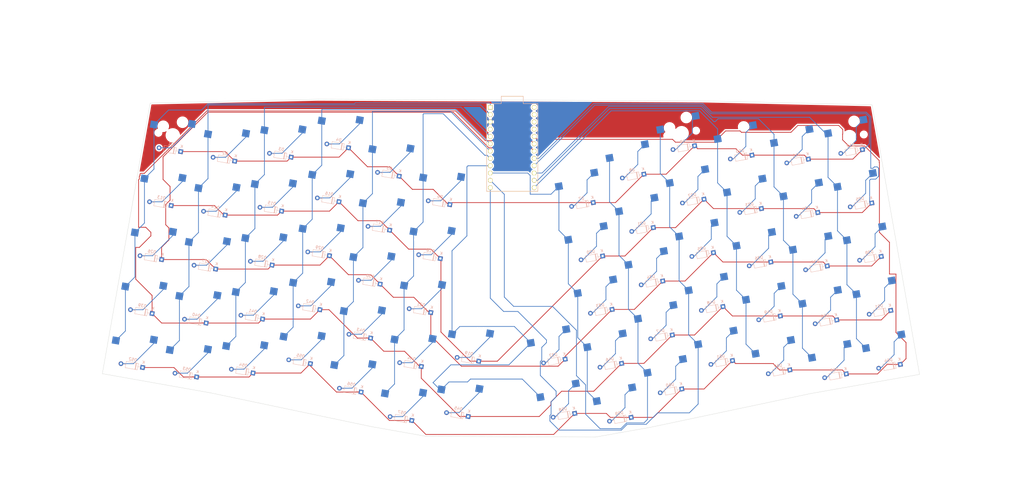
<source format=kicad_pcb>
(kicad_pcb (version 20211014) (generator pcbnew)
  (layers (0 "F.Cu" signal) (31 "B.Cu" signal) (34 "B.Paste" user) (35 "F.Paste" user) (36 "B.SilkS" user "B.Silkscreen") (37 "F.SilkS" user "F.Silkscreen") (38 "B.Mask" user) (39 "F.Mask" user) (44 "Edge.Cuts" user))
  (net 0 "")
  (net 1 "ROW 0")
  (net 2 "Net-(D1-Pad2)")
  (net 3 "Net-(D2-Pad2)")
  (net 4 "Net-(D3-Pad2)")
  (net 5 "Net-(D4-Pad2)")
  (net 6 "Net-(D5-Pad2)")
  (net 7 "Net-(D6-Pad2)")
  (net 8 "Net-(D7-Pad2)")
  (net 9 "Net-(D8-Pad2)")
  (net 10 "Net-(D9-Pad2)")
  (net 11 "Net-(D10-Pad2)")
  (net 12 "Net-(D11-Pad2)")
  (net 13 "Net-(D12-Pad2)")
  (net 14 "ROW 1")
  (net 15 "Net-(D13-Pad2)")
  (net 16 "Net-(D14-Pad2)")
  (net 17 "Net-(D15-Pad2)")
  (net 18 "Net-(D16-Pad2)")
  (net 19 "Net-(D17-Pad2)")
  (net 20 "Net-(D18-Pad2)")
  (net 21 "Net-(D19-Pad2)")
  (net 22 "Net-(D20-Pad2)")
  (net 23 "Net-(D21-Pad2)")
  (net 24 "Net-(D22-Pad2)")
  (net 25 "Net-(D23-Pad2)")
  (net 26 "Net-(D24-Pad2)")
  (net 27 "Net-(D25-Pad2)")
  (net 28 "ROW 2")
  (net 29 "Net-(D26-Pad2)")
  (net 30 "Net-(D27-Pad2)")
  (net 31 "Net-(D28-Pad2)")
  (net 32 "Net-(D29-Pad2)")
  (net 33 "Net-(D30-Pad2)")
  (net 34 "Net-(D31-Pad2)")
  (net 35 "Net-(D32-Pad2)")
  (net 36 "Net-(D33-Pad2)")
  (net 37 "Net-(D34-Pad2)")
  (net 38 "Net-(D35-Pad2)")
  (net 39 "Net-(D36-Pad2)")
  (net 40 "Net-(D37-Pad2)")
  (net 41 "Net-(D38-Pad2)")
  (net 42 "ROW 3")
  (net 43 "Net-(D39-Pad2)")
  (net 44 "Net-(D40-Pad2)")
  (net 45 "Net-(D41-Pad2)")
  (net 46 "Net-(D42-Pad2)")
  (net 47 "Net-(D43-Pad2)")
  (net 48 "Net-(D44-Pad2)")
  (net 49 "Net-(D45-Pad2)")
  (net 50 "Net-(D46-Pad2)")
  (net 51 "Net-(D47-Pad2)")
  (net 52 "Net-(D48-Pad2)")
  (net 53 "Net-(D49-Pad2)")
  (net 54 "Net-(D50-Pad2)")
  (net 55 "Net-(D51-Pad2)")
  (net 56 "ROW 4")
  (net 57 "Net-(D52-Pad2)")
  (net 58 "Net-(D53-Pad2)")
  (net 59 "Net-(D54-Pad2)")
  (net 60 "Net-(D55-Pad2)")
  (net 61 "Net-(D56-Pad2)")
  (net 62 "Net-(D57-Pad2)")
  (net 63 "Net-(D58-Pad2)")
  (net 64 "Net-(D59-Pad2)")
  (net 65 "Net-(D60-Pad2)")
  (net 66 "Net-(D61-Pad2)")
  (net 67 "Net-(D62-Pad2)")
  (net 68 "Net-(D63-Pad2)")
  (net 69 "Net-(D64-Pad2)")
  (net 70 "COL 0")
  (net 71 "COL 1")
  (net 72 "COL 2")
  (net 73 "COL 3")
  (net 74 "COL 4")
  (net 75 "COL 5")
  (net 76 "COL 7")
  (net 77 "COL 8")
  (net 78 "COL 9")
  (net 79 "COL 10")
  (net 80 "COL 11")
  (net 81 "COL 12")
  (net 82 "COL 6")
  (net 83 "GND")
  (footprint "MX_Only:MXOnly-1U-Hotswap" (layer "F.Cu") (at 469.741386 338.454587 10)
    (fp_text reference "SW61")
    (fp_text value "MX_SW_HS")
  )
  (footprint "MX_Only:MXOnly-1U-Hotswap" (layer "F.Cu") (at 414.948222 356.820844 10)
    (fp_text reference "SW58")
    (fp_text value "MX_SW_HS")
  )
  (footprint "MX_Only:MXOnly-1U-Hotswap" (layer "F.Cu") (at 269.950003 320.817408 -10)
    (fp_text reference "SW39")
    (fp_text value "MX_SW_HS")
  )
  (footprint "MX_Only:MXOnly-1U-Hotswap" (layer "F.Cu") (at 445.522602 310.807616 10)
    (fp_text reference "SW34")
    (fp_text value "MX_SW_HS")
  )
  (footprint "MX_Only:MXOnly-1U-Hotswap" (layer "F.Cu") (at 279.873996 264.535645 -10)
    (fp_text reference "SW1")
    (fp_text value "MX_SW_HS")
  )
  (footprint "MX_Only:MXOnly-1U-Hotswap" (layer "F.Cu") (at 496.081529 268.427806 10)
    (fp_text reference "SW11")
    (fp_text value "MX_SW_HS")
  )
  (footprint "MX_Only:MXOnly-1U-Hotswap" (layer "F.Cu") (at 518.117035 283.69279 10)
    (fp_text reference "SW25")
    (fp_text value "MX_SW_HS")
  )
  (footprint "MX_Only:MXOnly-1U-Hotswap" (layer "F.Cu") (at 349.127351 310.598665 -10)
    (fp_text reference "SW30")
    (fp_text value "MX_SW_HS")
  )
  (footprint "MX_Only:MXOnly-1U-Hotswap" (layer "F.Cu") (at 476.493942 267.045656 10)
    (fp_text reference "SW10")
    (fp_text value "MX_SW_HS")
  )
  (footprint "MX_Only:MXOnly-1U-Hotswap" (layer "F.Cu") (at 342.511356 348.119839 -10)
    (fp_text reference "SW56")
    (fp_text value "MX_SW_HS")
  )
  (footprint "promicro:ProMicro" (layer "F.Cu") (at 397.75 268.75 -90)
    (fp_text reference "U1" hide)
    (fp_text value "ProMicro")
  )
  (footprint "MX_Only:MXOnly-1U-Hotswap" (layer "F.Cu") (at 479.76886 285.618638 10)
    (fp_text reference "SW23")
    (fp_text value "MX_SW_HS")
  )
  (footprint "MX_Only:MXOnly-1U-Hotswap" (layer "F.Cu") (at 438.972767 273.661652 10)
    (fp_text reference "SW8")
    (fp_text value "MX_SW_HS")
  )
  (footprint "MX_Only:MXOnly-1U-Hotswap" (layer "F.Cu") (at 452.138598 348.32879 10)
    (fp_text reference "SW60")
    (fp_text value "MX_SW_HS")
  )
  (footprint "MX_Only:MXOnly-1U-Hotswap" (layer "F.Cu") (at 308.298178 322.743257 -10)
    (fp_text reference "SW41")
    (fp_text value "MX_SW_HS")
  )
  (footprint "MX_Only:MXOnly-1U-Hotswap" (layer "F.Cu") (at 434.535809 358.202994 10)
    (fp_text reference "SW59")
    (fp_text value "MX_SW_HS")
  )
  (footprint "MX_Only:MXOnly-1U-Hotswap" (layer "F.Cu") (at 459.850473 282.36043 10)
    (fp_text reference "SW22")
    (fp_text value "MX_SW_HS")
  )
  (footprint "MX_Only:MXOnly-1U-Hotswap" (layer "F.Cu") (at 483.043778 304.19162 10)
    (fp_text reference "SW36")
    (fp_text value "MX_SW_HS")
  )
  (footprint "MX_Only:MXOnly-1U-Hotswap" (layer "F.Cu") (at 486.351775 322.952207 10)
    (fp_text reference "SW49")
    (fp_text value "MX_SW_HS")
  )
  (footprint "MX_Only:MXOnly-1U-Hotswap" (layer "F.Cu") (at 345.819353 329.359253 -10)
    (fp_text reference "SW43")
    (fp_text value "MX_SW_HS")
  )
  (footprint "MX_Only:MXOnly-1U-Hotswap" (layer "F.Cu") (at 338.140558 263.203286 -10)
    (fp_text reference "SW4")
    (fp_text value "MX_SW_HS")
  )
  (footprint "MX_Only:MXOnly-1U-Hotswap" (layer "F.Cu") (at 273.258001 302.056821 -10)
    (fp_text reference "SW26")
    (fp_text value "MX_SW_HS")
  )
  (footprint "MX_Only:MXOnly-1U-Hotswap" (layer "F.Cu") (at 427.919814 320.681819 10)
    (fp_text reference "SW33")
    (fp_text value "MX_SW_HS")
  )
  (footprint "MX_Only:MXOnly-1U-Hotswap" (layer "F.Cu") (at 489.659773 341.712794 10)
    (fp_text reference "SW62")
    (fp_text value "MX_SW_HS")
  )
  (footprint "MX_Only:MXOnly-1U-Hotswap" (layer "F.Cu") (at 331.524562 300.724461 -10)
    (fp_text reference "SW29")
    (fp_text value "MX_SW_HS")
  )
  (footprint "MX_Only:MXOnly-1U-Hotswap" (layer "F.Cu") (at 528.007948 339.786946 10)
    (fp_text reference "SW64")
    (fp_text value "MX_SW_HS")
  )
  (footprint "MX_Only:MXOnly-1U-Hotswap" (layer "F.Cu") (at 448.8306 329.568202 10)
    (fp_text reference "SW47")
    (fp_text value "MX_SW_HS")
  )
  (footprint "MX_Only:MXOnly-1U-Hotswap" (layer "F.Cu") (at 324.908567 338.245636 -10)
    (fp_text reference "SW55")
    (fp_text value "MX_SW_HS")
  )
  (footprint "MX_Only:MXOnly-1U-Hotswap" (layer "F.Cu") (at 288.710591 324.125406 -10)
    (fp_text reference "SW40")
    (fp_text value "MX_SW_HS")
  )
  (footprint "MX_Only:MXOnly-1U-Hotswap" (layer "F.Cu") (at 502.631365 305.573769 10)
    (fp_text reference "SW37")
    (fp_text value "MX_SW_HS")
  )
  (footprint "MX_Only:MXOnly-1U-Hotswap" (layer "F.Cu") (at 292.018588 305.364819 -10)
    (fp_text reference "SW27")
    (fp_text value "MX_SW_HS")
  )
  (footprint "MX_Only:MXOnly-1U-Hotswap" (layer "F.Cu") (at 318.222171 266.461494 -10)
    (fp_text reference "SW3")
    (fp_text value "MX_SW_HS")
  )
  (footprint "MX_Only:MXOnly-1U-Hotswap" (layer "F.Cu") (at 463.125391 300.933412 10)
    (fp_text reference "SW35")
    (fp_text value "MX_SW_HS")
  )
  (footprint "MX_Only:MXOnly-1U-Hotswap" (layer "F.Cu") (at 431.227812 339.442406 10)
    (fp_text reference "SW46")
    (fp_text value "MX_SW_HS")
  )
  (footprint "MX_Only:MXOnly-1U-Hotswap" (layer "F.Cu") (at 314.914173 285.222082 -10)
    (fp_text reference "SW15")
    (fp_text value "MX_SW_HS")
  )
  (footprint "MX_Only:MXOnly-1U-Hotswap" (layer "F.Cu") (at 521.391953 302.265771 10)
    (fp_text reference "SW38")
    (fp_text value "MX_SW_HS")
  )
  (footprint "MX_Only:MXOnly-1U-Hotswap" (layer "F.Cu") (at 373.346135 282.951693 -10)
    (fp_text reference "SW6")
    (fp_text value "MX_SW_HS")
  )
  (footprint "MX_Only:MXOnly-1U-Hotswap" (layer "F.Cu") (at 509.24736 343.094944 10)
    (fp_text reference "SW63")
    (fp_text value "MX_SW_HS")
  )
  (footprint "MX_Only:MXOnly-1U-Hotswap" (layer "F.Cu") (at 411.623684 337.966454 10)
    (fp_text reference "SW32")
    (fp_text value "MX_SW_HS")
  )
  (footprint "MX_Only:MXOnly-1U-Hotswap" (layer "F.Cu") (at 360.114144 357.994043 -10)
    (fp_text reference "SW57")
    (fp_text value "MX_SW_HS")
  )
  (footprint "MX_Only:MXOnly-1U-Hotswap" (layer "F.Cu") (at 363.422142 339.233456 -10)
    (fp_text reference "SW44")
    (fp_text value "MX_SW_HS")
  )
  (footprint "MX_Only:MXOnly-1U-Hotswap" (layer "F.Cu") (at 266.642005 339.577995 -10)
    (fp_text reference "SW52")
    (fp_text value "MX_SW_HS")
  )
  (footprint "MX_Only:MXOnly-1U-Hotswap" (layer "F.Cu") (at 499.356447 287.000787 10)
    (fp_text reference "SW24")
    (fp_text value "MX_SW_HS")
  )
  (footprint "MX_Only:MXOnly-1U-Hotswap" (layer "F.Cu") (at 383.381916 337.407187 -10)
    (fp_text reference "SW19")
    (fp_text value "MX_SW_HS")
  )
  (footprint "MX_Only:MXOnly-1U-Hotswap" (layer "F.Cu") (at 298.634584 267.843643 -10)
    (fp_text reference "SW2")
    (fp_text value "MX_SW_HS")
  )
  (footprint "MX_Only:MXOnly-1U-Hotswap" (layer "F.Cu") (at 370.038137 301.712281 -10)
    (fp_text reference "SW18")
    (fp_text value "MX_SW_HS")
  )
  (footprint "MX_Only:MXOnly-1U-Hotswap" (layer "F.Cu") (at 334.83256 281.963874 -10)
    (fp_text reference "SW16")
    (fp_text value "MX_SW_HS")
  )
  (footprint "MX_Only:MXOnly-1U-Hotswap" (layer "F.Cu") (at 466.433388 319.693999 10)
    (fp_text reference "SW48")
    (fp_text value "MX_SW_HS")
  )
  (footprint "MX_Only:MXOnly-1U-Hotswap" (layer "F.Cu") (at 295.326586 286.604231 -10)
    (fp_text reference "SW14")
    (fp_text value "MX_SW_HS")
  )
  (footprint "MX_Only:MXOnly-1U-Hotswap" (layer "F.Cu") (at 285.402593 342.885993 -10)
    (fp_text reference "SW53")
    (fp_text value "MX_SW_HS")
  )
  (footprint "MX_Only:MXOnly-1U-Hotswap" (layer "F.Cu") (at 514.842117 265.119808 10)
    (fp_text reference "SW12")
    (fp_text value "MX_SW_HS")
  )
  (footprint "MX_Only:MXOnly-1U-Hotswap" (layer "F.Cu") (at 304.99018 341.503844 -10)
    (fp_text reference "SW54")
    (fp_text value "MX_SW_HS")
  )
  (footprint "MX_Only:MXOnly-1U-Hotswap" (layer "F.Cu") (at 424.644896 302.108837 10)
    (fp_text reference "SW20")
    (fp_text value "MX_SW_HS")
  )
  (footprint "MX_Only:MXOnly-1U-Hotswap" (layer "F.Cu") (at 355.743347 273.07749 -10)
    (fp_text reference "SW5")
    (fp_text value "MX_SW_HS")
  )
  (footprint "MX_Only:MXOnly-1U-Hotswap" (layer "F.Cu") (at 352.435349 291.838077 -10)
    (fp_text reference "SW17")
    (fp_text value "MX_SW_HS")
  )
  (footprint "MX_Only:MXOnly-1U-Hotswap" (layer "F.Cu") (at 311.606176 303.982669 -10)
    (fp_text reference "SW28")
    (fp_text value "MX_SW_HS")
  )
  (footprint "MX_Only:MXOnly-1U-Hotswap" (layer "F.Cu") (at 421.369978 283.535855 10)
    (fp_text reference "SW7")
    (fp_text value "MX_SW_HS")
  )
  (footprint "MX_Only:MXOnly-1U-Hotswap" (layer "F.Cu") (at 379.701731 356.611894 -10)
    (fp_text reference "SW45")
    (fp_text value "MX_SW_HS")
  )
  (footprint "MX_Only:MXOnly-1U-Hotswap" (layer "F.Cu") (at 456.575555 263.787449 10)
    (fp_text reference "SW9")
    (fp_text value "MX_SW_HS")
  )
  (footprint "MX_Only:MXOnly-1U-Hotswap" (layer "F.Cu") (at 276.565998 283.296233 -10)
    (fp_text reference "SW13")
    (fp_text value "MX_SW_HS")
  )
  (footprint "MX_Only:MXOnly-1U-Hotswap" (layer "F.Cu") (at 442.247685 292.234634 10)
    (fp_text reference "SW21")
    (fp_text value "MX_SW_HS")
  )
  (footprint "MX_Only:MXOnly-1U-Hotswap" (layer "F.Cu") (at 524.69995 321.026358 10)
    (fp_text reference "SW51")
    (fp_text value "MX_SW_HS")
  )
  (footprint "MX_Only:MXOnly-1U-Hotswap" (layer "F.Cu") (at 328.216565 319.485049 -10)
    (fp_text reference "SW42")
    (fp_text value "MX_SW_HS")
  )
  (footprint "MX_Only:MXOnly-1U-Hotswap" (layer "F.Cu") (at 505.939363 324.334356 10)
    (fp_text reference "SW50")
    (fp_text value "MX_SW_HS")
  )
  (footprint "MX_Only:MXOnly-1U-Hotswap" (layer "F.Cu") (at 366.730139 320.472868 -10)
    (fp_text reference "SW31")
    (fp_text value "MX_SW_HS")
  )
  (footprint "Diode_THT:D_DO-35_SOD27_P7.62mm_Horizontal" (layer "B.Cu") (at 470.940916 324.065183 -170)
    (fp_text reference "D48")
    (fp_text value "1N4148")
  )
  (footprint "Diode_THT:D_DO-35_SOD27_P7.62mm_Horizontal" (layer "B.Cu") (at 416.131212 342.337638 -170)
    (fp_text reference "D32")
    (fp_text value "1N4148")
  )
  (footprint "Diode_THT:D_DO-35_SOD27_P7.62mm_Horizontal" (layer "B.Cu") (at 327.649225 343.894871 170)
    (fp_text reference "D55")
    (fp_text value "1N4148")
  )
  (footprint "Diode_THT:D_DO-35_SOD27_P7.62mm_Horizontal" (layer "B.Cu") (at 355.176006 297.487312 170)
    (fp_text reference "D17")
    (fp_text value "1N4148")
  )
  (footprint "Diode_THT:D_DO-35_SOD27_P7.62mm_Horizontal" (layer "B.Cu") (at 464.358001 286.731614 -170)
    (fp_text reference "D22")
    (fp_text value "1N4148")
  )
  (footprint "Diode_THT:D_DO-35_SOD27_P7.62mm_Horizontal" (layer "B.Cu") (at 362.854801 363.643278 170)
    (fp_text reference "D57")
    (fp_text value "1N4148")
  )
  (footprint "Diode_THT:D_DO-35_SOD27_P7.62mm_Horizontal" (layer "B.Cu") (at 298.067244 292.253466 170)
    (fp_text reference "D14")
    (fp_text value "1N4148")
  )
  (footprint "Diode_THT:D_DO-35_SOD27_P7.62mm_Horizontal" (layer "B.Cu") (at 372.778795 307.361515 170)
    (fp_text reference "D18")
    (fp_text value "1N4148")
  )
  (footprint "Diode_THT:D_DO-35_SOD27_P7.62mm_Horizontal" (layer "B.Cu") (at 419.45575 361.192029 -170)
    (fp_text reference "D58")
    (fp_text value "1N4148")
  )
  (footprint "Diode_THT:D_DO-35_SOD27_P7.62mm_Horizontal" (layer "B.Cu") (at 386.122573 343.056422 170)
    (fp_text reference "D19")
    (fp_text value "1N4148")
  )
  (footprint "Diode_THT:D_DO-35_SOD27_P7.62mm_Horizontal" (layer "B.Cu") (at 435.735339 343.81359 -170)
    (fp_text reference "D46")
    (fp_text value "1N4148")
  )
  (footprint "Diode_THT:D_DO-35_SOD27_P7.62mm_Horizontal" (layer "B.Cu") (at 311.038835 328.392492 170)
    (fp_text reference "D41")
    (fp_text value "1N4148")
  )
  (footprint "Diode_THT:D_DO-35_SOD27_P7.62mm_Horizontal" (layer "B.Cu") (at 456.646125 352.699974 -170)
    (fp_text reference "D60")
    (fp_text value "1N4148")
  )
  (footprint "Diode_THT:D_DO-35_SOD27_P7.62mm_Horizontal" (layer "B.Cu") (at 453.338128 333.939386 -170)
    (fp_text reference "D47")
    (fp_text value "1N4148")
  )
  (footprint "Diode_THT:D_DO-35_SOD27_P7.62mm_Horizontal" (layer "B.Cu") (at 439.043337 362.574178 -170)
    (fp_text reference "D59")
    (fp_text value "1N4148")
  )
  (footprint "Diode_THT:D_DO-35_SOD27_P7.62mm_Horizontal" (layer "B.Cu") (at 529.207478 325.397542 -170)
    (fp_text reference "D51")
    (fp_text value "1N4148")
  )
  (footprint "Diode_THT:D_DO-35_SOD27_P7.62mm_Horizontal" (layer "B.Cu") (at 382.442389 362.261128 170)
    (fp_text reference "D45")
    (fp_text value "1N4148")
  )
  (footprint "Diode_THT:D_DO-35_SOD27_P7.62mm_Horizontal" (layer "B.Cu") (at 490.859303 327.323391 -170)
    (fp_text reference "D49")
    (fp_text value "1N4148")
  )
  (footprint "Diode_THT:D_DO-35_SOD27_P7.62mm_Horizontal" (layer "B.Cu") (at 467.632919 305.304596 -170)
    (fp_text reference "D35")
    (fp_text value "1N4148")
  )
  (footprint "Diode_THT:D_DO-35_SOD27_P7.62mm_Horizontal" (layer "B.Cu") (at 510.44689 328.70554 -170)
    (fp_text reference "D50")
    (fp_text value "1N4148")
  )
  (footprint "Diode_THT:D_DO-35_SOD27_P7.62mm_Horizontal" (layer "B.Cu") (at 369.470797 326.122103 170)
    (fp_text reference "D31")
    (fp_text value "1N4148")
  )
  (footprint "Diode_THT:D_DO-35_SOD27_P7.62mm_Horizontal" (layer "B.Cu") (at 507.138893 309.944953 -170)
    (fp_text reference "D37")
    (fp_text value "1N4148")
  )
  (footprint "Diode_THT:D_DO-35_SOD27_P7.62mm_Horizontal" (layer "B.Cu") (at 301.375241 273.492878 170)
    (fp_text reference "D2")
    (fp_text value "1N4148")
  )
  (footprint "Diode_THT:D_DO-35_SOD27_P7.62mm_Horizontal" (layer "B.Cu") (at 519.349645 269.490992 -170)
    (fp_text reference "D12")
    (fp_text value "1N4148")
  )
  (footprint "Diode_THT:D_DO-35_SOD27_P7.62mm_Horizontal" (layer "B.Cu") (at 513.754888 347.466128 -170)
    (fp_text reference "D63")
    (fp_text value "1N4148")
  )
  (footprint "Diode_THT:D_DO-35_SOD27_P7.62mm_Horizontal" (layer "B.Cu") (at 429.152424 306.480021 -170)
    (fp_text reference "D20")
    (fp_text value "1N4148")
  )
  (footprint "Diode_THT:D_DO-35_SOD27_P7.62mm_Horizontal" (layer "B.Cu") (at 503.863975 291.371972 -170)
    (fp_text reference "D24")
    (fp_text value "1N4148")
  )
  (footprint "Diode_THT:D_DO-35_SOD27_P7.62mm_Horizontal" (layer "B.Cu") (at 294.759246 311.014053 170)
    (fp_text reference "D27")
    (fp_text value "1N4148")
  )
  (footprint "Diode_THT:D_DO-35_SOD27_P7.62mm_Horizontal" (layer "B.Cu") (at 269.382663 345.22723 170)
    (fp_text reference "D52")
    (fp_text value "1N4148")
  )
  (footprint "Diode_THT:D_DO-35_SOD27_P7.62mm_Horizontal" (layer "B.Cu") (at 461.083083 268.158633 -170)
    (fp_text reference "D9")
    (fp_text value "1N4148")
  )
  (footprint "Diode_THT:D_DO-35_SOD27_P7.62mm_Horizontal" (layer "B.Cu") (at 320.962829 272.110729 170)
    (fp_text reference "D3")
    (fp_text value "1N4148")
  )
  (footprint "Diode_THT:D_DO-35_SOD27_P7.62mm_Horizontal" (layer "B.Cu") (at 522.624562 288.063974 -170)
    (fp_text reference "D25")
    (fp_text value "1N4148")
  )
  (footprint "Diode_THT:D_DO-35_SOD27_P7.62mm_Horizontal" (layer "B.Cu") (at 432.427342 325.053003 -170)
    (fp_text reference "D33")
    (fp_text value "1N4148")
  )
  (footprint "Diode_THT:D_DO-35_SOD27_P7.62mm_Horizontal" (layer "B.Cu") (at 317.654831 290.871316 170)
    (fp_text reference "D15")
    (fp_text value "1N4148")
  )
  (footprint "Diode_THT:D_DO-35_SOD27_P7.62mm_Horizontal" (layer "B.Cu") (at 314.346833 309.631904 170)
    (fp_text reference "D28")
    (fp_text value "1N4148")
  )
  (footprint "Diode_THT:D_DO-35_SOD27_P7.62mm_Horizontal" (layer "B.Cu") (at 334.26522 306.373696 170)
    (fp_text reference "D29")
    (fp_text value "1N4148")
  )
  (footprint "Diode_THT:D_DO-35_SOD27_P7.62mm_Horizontal" (layer "B.Cu") (at 525.89948 306.636956 -170)
    (fp_text reference "D38")
    (fp_text value "1N4148")
  )
  (footprint "Diode_THT:D_DO-35_SOD27_P7.62mm_Horizontal" (layer "B.Cu") (at 484.276388 289.989822 -170)
    (fp_text reference "D23")
    (fp_text value "1N4148")
  )
  (footprint "Diode_THT:D_DO-35_SOD27_P7.62mm_Horizontal" (layer "B.Cu") (at 500.589057 272.79899 -170)
    (fp_text reference "D11")
    (fp_text value "1N4148")
  )
  (footprint "Diode_THT:D_DO-35_SOD27_P7.62mm_Horizontal" (layer "B.Cu") (at 376.086792 288.600928 170)
    (fp_text reference "D6")
    (fp_text value "1N4148")
  )
  (footprint "Diode_THT:D_DO-35_SOD27_P7.62mm_Horizontal" (layer "B.Cu") (at 272.69066 326.466643 170)
    (fp_text reference "D39")
    (fp_text value "1N4148")
  )
  (footprint "Diode_THT:D_DO-35_SOD27_P7.62mm_Horizontal" (layer "B.Cu") (at 532.515476 344.15813 -170)
    (fp_text reference "D64")
    (fp_text value "1N4148")
  )
  (footprint "Diode_THT:D_DO-35_SOD27_P7.62mm_Horizontal" (layer "B.Cu") (at 494.167301 346.083979 -170)
    (fp_text reference "D62")
    (fp_text value "1N4148")
  )
  (footprint "Diode_THT:D_DO-35_SOD27_P7.62mm_Horizontal" (layer "B.Cu") (at 291.451248 329.774641 170)
    (fp_text reference "D40")
    (fp_text value "1N4148")
  )
  (footprint "Diode_THT:D_DO-35_SOD27_P7.62mm_Horizontal" (layer "B.Cu") (at 487.551305 308.562804 -170)
    (fp_text reference "D36")
    (fp_text value "1N4148")
  )
  (footprint "Diode_THT:D_DO-35_SOD27_P7.62mm_Horizontal" (layer "B.Cu") (at 337.573218 287.613109 170)
    (fp_text reference "D16")
    (fp_text value "1N4148")
  )
  (footprint "Diode_THT:D_DO-35_SOD27_P7.62mm_Horizontal" (layer "B.Cu") (at 443.480294 278.032836 -170)
    (fp_text reference "D8")
    (fp_text value "1N4148")
  )
  (footprint "Diode_THT:D_DO-35_SOD27_P7.62mm_Horizontal" (layer "B.Cu") (at 481.00147 271.416841 -170)
    (fp_text reference "D10")
    (fp_text value "1N4148")
  )
  (footprint "Diode_THT:D_DO-35_SOD27_P7.62mm_Horizontal" (layer "B.Cu") (at 330.957222 325.134284 170)
    (fp_text reference "D42")
    (fp_text value "1N4148")
  )
  (footprint "Diode_THT:D_DO-35_SOD27_P7.62mm_Horizontal" (layer "B.Cu") (at 366.162799 344.882691 170)
    (fp_text reference "D44")
    (fp_text value "1N4148")
  )
  (footprint "Diode_THT:D_DO-35_SOD27_P7.62mm_Horizontal" (layer "B.Cu") (at 358.484004 278.726724 170)
    (fp_text reference "D5")
    (fp_text value "1N4148")
  )
  (footprint "Diode_THT:D_DO-35_SOD27_P7.62mm_Horizontal" (layer "B.Cu") (at 275.998658 307.706055 170)
    (fp_text reference "D26")
    (fp_text value "1N4148")
  )
  (footprint "Diode_THT:D_DO-35_SOD27_P7.62mm_Horizontal" (layer "B.Cu") (at 351.868008 316.2479 170)
    (fp_text reference "D30")
    (fp_text value "1N4148")
  )
  (footprint "Diode_THT:D_DO-35_SOD27_P7.62mm_Horizontal" (layer "B.Cu") (at 446.755212 296.605818 -170)
    (fp_text reference "D21")
    (fp_text value "1N4148")
  )
  (footprint "Diode_THT:D_DO-35_SOD27_P7.62mm_Horizontal" (layer "B.Cu") (at 474.248914 342.825771 -170)
    (fp_text reference "D61")
    (fp_text value "1N4148")
  )
  (footprint "Diode_THT:D_DO-35_SOD27_P7.62mm_Horizontal" (layer "B.Cu") (at 348.560011 335.008487 170)
    (fp_text reference "D43")
    (fp_text value "1N4148")
  )
  (footprint "Diode_THT:D_DO-35_SOD27_P7.62mm_Horizontal" (layer "B.Cu") (at 450.03013 315.1788 -170)
    (fp_text reference "D34")
    (fp_text value "1N4148")
  )
  (footprint "Diode_THT:D_DO-35_SOD27_P7.62mm_Horizontal" (layer "B.Cu") (at 340.881215 268.852521 170)
    (fp_text reference "D4")
    (fp_text value "1N4148")
  )
  (footprint "Diode_THT:D_DO-35_SOD27_P7.62mm_Horizontal" (layer "B.Cu") (at 425.877506 287.90704 -170)
    (fp_text reference "D7")
    (fp_text value "1N4148")
  )
  (footprint "Diode_THT:D_DO-35_SOD27_P7.62mm_Horizontal" (layer "B.Cu") (at 282.614654 270.18488 170)
    (fp_text reference "D1")
    (fp_text value "1N4148")
  )
  (footprint "Diode_THT:D_DO-35_SOD27_P7.62mm_Horizontal" (layer "B.Cu") (at 307.730838 347.153079 170)
    (fp_text reference "D54")
    (fp_text value "1N4148")
  )
  (footprint "Diode_THT:D_DO-35_SOD27_P7.62mm_Horizontal" (layer "B.Cu") (at 288.14325 348.535228 170)
    (fp_text reference "D53")
    (fp_text value "1N4148")
  )
  (footprint "Diode_THT:D_DO-35_SOD27_P7.62mm_Horizontal" (layer "B.Cu") (at 345.252013 353.769074 170)
    (fp_text reference "D56")
    (fp_text value "1N4148")
  )
  (footprint "Diode_THT:D_DO-35_SOD27_P7.62mm_Horizontal" (layer "B.Cu") (at 279.306656 288.945468 170)
    (fp_text reference "D13")
    (fp_text value "1N4148")
  )
  (gr_line (start 539.195197 347.623777) (end 501.39001 354.284381) (layer "Edge.Cuts") (width 0.1))
  (gr_line (start 272.041534 253.30755) (end 330.311776 252.000842) (layer "Edge.Cuts") (width 0.1))
  (gr_line (start 367.89751 369.169298) (end 348.884961 365.797361) (layer "Edge.Cuts") (width 0.1))
  (gr_line (start 426.685064 369.410003) (end 367.89751 369.169298) (layer "Edge.Cuts") (width 0.1))
  (gr_line (start 464.404785 252.606318) (end 522.681802 253.931745) (layer "Edge.Cuts") (width 0.1))
  (gr_line (start 293.191721 354.096182) (end 255.411633 347.387768) (layer "Edge.Cuts") (width 0.1))
  (gr_line (start 501.39001 354.284381) (end 445.686988 366.034353) (layer "Edge.Cuts") (width 0.1))
  (gr_line (start 445.686988 366.034353) (end 426.685064 369.410003) (layer "Edge.Cuts") (width 0.1))
  (gr_line (start 348.884961 365.797361) (end 293.191721 354.096182) (layer "Edge.Cuts") (width 0.1))
  (gr_line (start 255.411633 347.387768) (end 272.041534 253.30755) (layer "Edge.Cuts") (width 0.1))
  (gr_line (start 522.681802 253.931745) (end 539.195197 347.623777) (layer "Edge.Cuts") (width 0.1))
  (gr_line (start 330.311776 252.000842) (end 464.404785 252.606318) (layer "Edge.Cuts") (width 0.1))
  (segment (start 499.206908 271.416841) (end 500.589057 272.79899) (width 0.25) (layer "F.Cu") (net 1))
  (segment (start 301.375241 273.492878) (end 319.58068 273.492878) (width 0.25) (layer "F.Cu") (net 1))
  (segment (start 347.475085 275.446391) (end 355.203671 275.446391) (width 0.25) (layer "F.Cu") (net 1))
  (segment (start 516.041647 272.79899) (end 519.349645 269.490992) (width 0.25) (layer "F.Cu") (net 1))
  (segment (start 337.623007 272.110729) (end 340.881215 268.852521) (width 0.25) (layer "F.Cu") (net 1))
  (segment (start 358.484004 278.726724) (end 363.076841 283.319561) (width 0.25) (layer "F.Cu") (net 1))
  (segment (start 363.076841 283.319561) (end 370.319561 283.319561) (width 0.25) (layer "F.Cu") (net 1))
  (segment (start 475.42779 269.17779) (end 477.666841 271.416841) (width 0.25) (layer "F.Cu") (net 1))
  (segment (start 375.600928 288.600928) (end 376.086792 288.600928) (width 0.25) (layer "F.Cu") (net 1))
  (segment (start 433.60609 287.90704) (end 443.480294 278.032836) (width 0.25) (layer "F.Cu") (net 1))
  (segment (start 376.78068 287.90704) (end 425.877506 287.90704) (width 0.25) (layer "F.Cu") (net 1))
  (segment (start 376.086792 288.600928) (end 376.78068 287.90704) (width 0.25) (layer "F.Cu") (net 1))
  (segment (start 320.962829 272.110729) (end 337.623007 272.110729) (width 0.25) (layer "F.Cu") (net 1))
  (segment (start 298.067243 270.18488) (end 301.375241 273.492878) (width 0.25) (layer "F.Cu") (net 1))
  (segment (start 461.083083 268.158633) (end 462.10224 269.17779) (width 0.25) (layer "F.Cu") (net 1))
  (segment (start 443.480294 278.032836) (end 451.20888 278.032836) (width 0.25) (layer "F.Cu") (net 1))
  (segment (start 425.877506 287.90704) (end 433.60609 287.90704) (width 0.25) (layer "F.Cu") (net 1))
  (segment (start 370.319561 283.319561) (end 375.600928 288.600928) (width 0.25) (layer "F.Cu") (net 1))
  (segment (start 477.666841 271.416841) (end 481.00147 271.416841) (width 0.25) (layer "F.Cu") (net 1))
  (segment (start 451.20888 278.032836) (end 461.083083 268.158633) (width 0.25) (layer "F.Cu") (net 1))
  (segment (start 282.614654 270.18488) (end 298.067243 270.18488) (width 0.25) (layer "F.Cu") (net 1))
  (segment (start 340.881215 268.852521) (end 347.475085 275.446391) (width 0.25) (layer "F.Cu") (net 1))
  (segment (start 319.58068 273.492878) (end 320.962829 272.110729) (width 0.25) (layer "F.Cu") (net 1))
  (segment (start 462.10224 269.17779) (end 475.42779 269.17779) (width 0.25) (layer "F.Cu") (net 1))
  (segment (start 481.00147 271.416841) (end 499.206908 271.416841) (width 0.25) (layer "F.Cu") (net 1))
  (segment (start 355.203671 275.446391) (end 358.484004 278.726724) (width 0.25) (layer "F.Cu") (net 1))
  (segment (start 500.589057 272.79899) (end 516.041647 272.79899) (width 0.25) (layer "F.Cu") (net 1))
  (segment (start 519.759008 269.490992) (end 519.349645 269.490992) (width 0.25) (layer "B.Cu") (net 1))
  (segment (start 463.8 254.05) (end 466.75 257) (width 0.25) (layer "B.Cu") (net 1))
  (segment (start 521.75 258.1887) (end 521.75 267.5) (width 0.25) (layer "B.Cu") (net 1))
  (segment (start 521.75 267.5) (end 519.759008 269.490992) (width 0.25) (layer "B.Cu") (net 1))
  (segment (start 426.42 254.05) (end 463.8 254.05) (width 0.25) (layer "B.Cu") (net 1))
  (segment (start 466.75 257) (end 520.5613 257) (width 0.25) (layer "B.Cu") (net 1))
  (segment (start 405.37 275.1) (end 426.42 254.05) (width 0.25) (layer "B.Cu") (net 1))
  (segment (start 520.5613 257) (end 521.75 258.1887) (width 0.25) (layer "B.Cu") (net 1))
  (segment (start 279.464252 268.861681) (end 275.110419 268.861681) (width 0.25) (layer "B.Cu") (net 2))
  (segment (start 286.509376 261.816557) (end 279.464252 268.861681) (width 0.25) (layer "B.Cu") (net 2))
  (segment (start 286.509376 260.547274) (end 286.509376 261.816557) (width 0.25) (layer "B.Cu") (net 2))
  (segment (start 305.269964 265.124555) (end 298.22484 272.169679) (width 0.25) (layer "B.Cu") (net 3))
  (segment (start 298.22484 272.169679) (end 293.871006 272.169679) (width 0.25) (layer "B.Cu") (net 3))
  (segment (start 305.269964 263.855272) (end 305.269964 265.124555) (width 0.25) (layer "B.Cu") (net 3))
  (segment (start 317.812427 270.78753) (end 313.458594 270.78753) (width 0.25) (layer "B.Cu") (net 4))
  (segment (start 324.857551 263.742406) (end 317.812427 270.78753) (width 0.25) (layer "B.Cu") (net 4))
  (segment (start 324.857551 262.473123) (end 324.857551 263.742406) (width 0.25) (layer "B.Cu") (net 4))
  (segment (start 344.775938 260.484198) (end 337.730814 267.529322) (width 0.25) (layer "B.Cu") (net 5))
  (segment (start 337.730814 267.529322) (end 333.37698 267.529322) (width 0.25) (layer "B.Cu") (net 5))
  (segment (start 344.775938 259.214915) (end 344.775938 260.484198) (width 0.25) (layer "B.Cu") (net 5))
  (segment (start 362.378727 270.358402) (end 355.333604 277.403525) (width 0.25) (layer "B.Cu") (net 6))
  (segment (start 362.378727 269.089119) (end 362.378727 270.358402) (width 0.25) (layer "B.Cu") (net 6))
  (segment (start 355.333604 277.403525) (end 350.979769 277.403525) (width 0.25) (layer "B.Cu") (net 6))
  (segment (start 379.981515 278.963322) (end 379.981515 280.232605) (width 0.25) (layer "B.Cu") (net 7))
  (segment (start 372.936391 287.277729) (end 368.582557 287.277729) (width 0.25) (layer "B.Cu") (net 7))
  (segment (start 379.981515 280.232605) (end 372.936391 287.277729) (width 0.25) (layer "B.Cu") (net 7))
  (segment (start 423.738879 280.020792) (end 423.738879 284.517087) (width 0.25) (layer "B.Cu") (net 8))
  (segment (start 419.025727 289.230239) (end 418.373271 289.230239) (width 0.25) (layer "B.Cu") (net 8))
  (segment (start 423.738879 284.517087) (end 419.025727 289.230239) (width 0.25) (layer "B.Cu") (net 8))
  (segment (start 426.241092 277.518579) (end 423.738879 280.020792) (width 0.25) (layer "B.Cu") (net 8))
  (segment (start 441.341668 274.642884) (end 436.628517 279.356035) (width 0.25) (layer "B.Cu") (net 9))
  (segment (start 436.628517 279.356035) (end 435.976059 279.356035) (width 0.25) (layer "B.Cu") (net 9))
  (segment (start 443.843881 267.644376) (end 441.341668 270.146589) (width 0.25) (layer "B.Cu") (net 9))
  (segment (start 441.341668 270.146589) (end 441.341668 274.642884) (width 0.25) (layer "B.Cu") (net 9))
  (segment (start 454.518168 269.481832) (end 453.578848 269.481832) (width 0.25) (layer "B.Cu") (net 10))
  (segment (start 461.446669 257.770173) (end 460.328377 258.888465) (width 0.25) (layer "B.Cu") (net 10))
  (segment (start 460.328377 263.671623) (end 454.518168 269.481832) (width 0.25) (layer "B.Cu") (net 10))
  (segment (start 460.328377 258.888465) (end 460.328377 263.671623) (width 0.25) (layer "B.Cu") (net 10))
  (segment (start 478.862843 268.387157) (end 474.50996 272.74004) (width 0.25) (layer "B.Cu") (net 11))
  (segment (start 474.50996 272.74004) (end 473.497235 272.74004) (width 0.25) (layer "B.Cu") (net 11))
  (segment (start 478.862843 263.530593) (end 478.862843 268.387157) (width 0.25) (layer "B.Cu") (net 11))
  (segment (start 481.365056 261.02838) (end 478.862843 263.530593) (width 0.25) (layer "B.Cu") (net 11))
  (segment (start 498.45043 264.912743) (end 498.45043 269.409038) (width 0.25) (layer "B.Cu") (net 12))
  (segment (start 500.952643 262.41053) (end 498.45043 264.912743) (width 0.25) (layer "B.Cu") (net 12))
  (segment (start 493.737279 274.122189) (end 493.084822 274.122189) (width 0.25) (layer "B.Cu") (net 12))
  (segment (start 498.45043 269.409038) (end 493.737279 274.122189) (width 0.25) (layer "B.Cu") (net 12))
  (segment (start 517.211018 261.604745) (end 517.211018 266.288982) (width 0.25) (layer "B.Cu") (net 13))
  (segment (start 519.713231 259.102532) (end 517.211018 261.604745) (width 0.25) (layer "B.Cu") (net 13))
  (segment (start 517.211018 266.288982) (end 512.685809 270.814191) (width 0.25) (layer "B.Cu") (net 13))
  (segment (start 512.685809 270.814191) (end 511.84541 270.814191) (width 0.25) (layer "B.Cu") (net 13))
  (segment (start 294.31769 288.945468) (end 297.625688 292.253466) (width 0.25) (layer "F.Cu") (net 14))
  (segment (start 369.498462 304.081182) (end 372.778795 307.361515) (width 0.25) (layer "F.Cu") (net 14))
  (segment (start 298.067244 292.253466) (end 316.272681 292.253466) (width 0.25) (layer "F.Cu") (net 14))
  (segment (start 484.276388 289.989822) (end 502.481825 289.989822) (width 0.25) (layer "F.Cu") (net 14))
  (segment (start 361.769876 304.081182) (end 369.498462 304.081182) (width 0.25) (layer "F.Cu") (net 14))
  (segment (start 337.573218 287.613109) (end 344.167087 294.206978) (width 0.25) (layer "F.Cu") (net 14))
  (segment (start 351.895672 294.206978) (end 355.176006 297.487312) (width 0.25) (layer "F.Cu") (net 14))
  (segment (start 355.176006 297.487312) (end 361.769876 304.081182) (width 0.25) (layer "F.Cu") (net 14))
  (segment (start 317.654831 290.871316) (end 334.315011 290.871316) (width 0.25) (layer "F.Cu") (net 14))
  (segment (start 429.152424 306.480021) (end 436.881009 306.480021) (width 0.25) (layer "F.Cu") (net 14))
  (segment (start 446.755212 296.605818) (end 454.483797 296.605818) (width 0.25) (layer "F.Cu") (net 14))
  (segment (start 372.982963 332.896693) (end 383.142692 343.056422) (width 0.25) (layer "F.Cu") (net 14))
  (segment (start 279.306656 288.945468) (end 294.31769 288.945468) (width 0.25) (layer "F.Cu") (net 14))
  (segment (start 372.982963 307.565683) (end 372.982963 332.896693) (width 0.25) (layer "F.Cu") (net 14))
  (segment (start 392.576023 343.056422) (end 429.152424 306.480021) (width 0.25) (layer "F.Cu") (net 14))
  (segment (start 467.616209 289.989822) (end 484.276388 289.989822) (width 0.25) (layer "F.Cu") (net 14))
  (segment (start 344.167087 294.206978) (end 351.895672 294.206978) (width 0.25) (layer "F.Cu") (net 14))
  (segment (start 503.863975 291.371972) (end 519.316564 291.371972) (width 0.25) (layer "F.Cu") (net 14))
  (segment (start 519.316564 291.371972) (end 522.624562 288.063974) (width 0.25) (layer "F.Cu") (net 14))
  (segment (start 383.142692 343.056422) (end 386.122573 343.056422) (width 0.25) (layer "F.Cu") (net 14))
  (segment (start 502.481825 289.989822) (end 503.863975 291.371972) (width 0.25) (layer "F.Cu") (net 14))
  (segment (start 464.358001 286.731614) (end 467.616209 289.989822) (width 0.25) (layer "F.Cu") (net 14))
  (segment (start 297.625688 292.253466) (end 298.067244 292.253466) (width 0.25) (layer "F.Cu") (net 14))
  (segment (start 334.315011 290.871316) (end 337.573218 287.613109) (width 0.25) (layer "F.Cu") (net 14))
  (segment (start 436.881009 306.480021) (end 446.755212 296.605818) (width 0.25) (layer "F.Cu") (net 14))
  (segment (start 372.778795 307.361515) (end 372.982963 307.565683) (width 0.25) (layer "F.Cu") (net 14))
  (segment (start 454.483797 296.605818) (end 464.358001 286.731614) (width 0.25) (layer "F.Cu") (net 14))
  (segment (start 316.272681 292.253466) (end 317.654831 290.871316) (width 0.25) (layer "F.Cu") (net 14))
  (segment (start 386.122573 343.056422) (end 392.576023 343.056422) (width 0.25) (layer "F.Cu") (net 14))
  (segment (start 426 253.5) (end 464 253.5) (width 0.25) (layer "B.Cu") (net 14))
  (segment (start 525 278.75) (end 524 279.75) (width 0.25) (layer "B.Cu") (net 14))
  (segment (start 520.697696 256.5) (end 522.25 258.052304) (width 0.25) (layer "B.Cu") (net 14))
  (segment (start 522.25 258.052304) (end 522.25 276) (width 0.25) (layer "B.Cu") (net 14))
  (segment (start 405.37 272.56) (end 406.94 272.56) (width 0.25) (layer "B.Cu") (net 14))
  (segment (start 521.869857 280.130143) (end 521.869857 287.309269) (width 0.25) (layer "B.Cu") (net 14))
  (segment (start 522.25 279.75) (end 521.869857 280.130143) (width 0.25) (layer "B.Cu") (net 14))
  (segment (start 521.869857 287.309269) (end 522.624562 288.063974) (width 0.25) (layer "B.Cu") (net 14))
  (segment (start 523 276) (end 523.5 275.5) (width 0.25) (layer "B.Cu") (net 14))
  (segment (start 464 253.5) (end 467 256.5) (width 0.25) (layer "B.Cu") (net 14))
  (segment (start 522.25 276) (end 523 276) (width 0.25) (layer "B.Cu") (net 14))
  (segment (start 524 279.75) (end 522.25 279.75) (width 0.25) (layer "B.Cu") (net 14))
  (segment (start 467 256.5) (end 520.697696 256.5) (width 0.25) (layer "B.Cu") (net 14))
  (segment (start 524.5 275.5) (end 525 276) (width 0.25) (layer "B.Cu") (net 14))
  (segment (start 523.5 275.5) (end 524.5 275.5) (width 0.25) (layer "B.Cu") (net 14))
  (segment (start 406.94 272.56) (end 426 253.5) (width 0.25) (layer "B.Cu") (net 14))
  (segment (start 525 276) (end 525 278.75) (width 0.25) (layer "B.Cu") (net 14))
  (segment (start 283.201378 279.307862) (end 283.201378 280.577145) (width 0.25) (layer "B.Cu") (net 15))
  (segment (start 276.156254 287.622269) (end 271.802421 287.622269) (width 0.25) (layer "B.Cu") (net 15))
  (segment (start 283.201378 280.577145) (end 276.156254 287.622269) (width 0.25) (layer "B.Cu") (net 15))
  (segment (start 301.961966 283.885143) (end 294.916842 290.930267) (width 0.25) (layer "B.Cu") (net 16))
  (segment (start 294.916842 290.930267) (end 290.563009 290.930267) (width 0.25) (layer "B.Cu") (net 16))
  (segment (start 301.961966 282.61586) (end 301.961966 283.885143) (width 0.25) (layer "B.Cu") (net 16))
  (segment (start 321.549553 282.502994) (end 314.50443 289.548117) (width 0.25) (layer "B.Cu") (net 17))
  (segment (start 321.549553 281.233711) (end 321.549553 282.502994) (width 0.25) (layer "B.Cu") (net 17))
  (segment (start 314.50443 289.548117) (end 310.150596 289.548117) (width 0.25) (layer "B.Cu") (net 17))
  (segment (start 334.422816 286.28991) (end 330.068983 286.28991) (width 0.25) (layer "B.Cu") (net 18))
  (segment (start 341.46794 277.975503) (end 341.46794 279.244786) (width 0.25) (layer "B.Cu") (net 18))
  (segment (start 341.46794 279.244786) (end 334.422816 286.28991) (width 0.25) (layer "B.Cu") (net 18))
  (segment (start 359.070729 287.849706) (end 359.070729 289.118989) (width 0.25) (layer "B.Cu") (net 19))
  (segment (start 352.025605 296.164113) (end 347.671771 296.164113) (width 0.25) (layer "B.Cu") (net 19))
  (segment (start 359.070729 289.118989) (end 352.025605 296.164113) (width 0.25) (layer "B.Cu") (net 19))
  (segment (start 369.628394 306.038316) (end 365.27456 306.038316) (width 0.25) (layer "B.Cu") (net 20))
  (segment (start 376.673517 297.72391) (end 376.673517 298.993193) (width 0.25) (layer "B.Cu") (net 20))
  (segment (start 376.673517 298.993193) (end 369.628394 306.038316) (width 0.25) (layer "B.Cu") (net 20))
  (segment (start 382.972172 341.733223) (end 378.618338 341.733223) (width 0.25) (layer "B.Cu") (net 21))
  (segment (start 390.017296 333.418816) (end 390.017296 334.688099) (width 0.25) (layer "B.Cu") (net 21))
  (segment (start 390.017296 334.688099) (end 382.972172 341.733223) (width 0.25) (layer "B.Cu") (net 21))
  (segment (start 422.300646 307.80322) (end 421.648189 307.80322) (width 0.25) (layer "B.Cu") (net 22))
  (segment (start 429.51601 296.091561) (end 427.013797 298.593774) (width 0.25) (layer "B.Cu") (net 22))
  (segment (start 427.013797 298.593774) (end 427.013797 303.090069) (width 0.25) (layer "B.Cu") (net 22))
  (segment (start 427.013797 303.090069) (end 422.300646 307.80322) (width 0.25) (layer "B.Cu") (net 22))
  (segment (start 446.000507 287.33565) (end 446.000507 291.831945) (width 0.25) (layer "B.Cu") (net 23))
  (segment (start 447.118799 286.217358) (end 446.000507 287.33565) (width 0.25) (layer "B.Cu") (net 23))
  (segment (start 439.903435 297.929017) (end 439.250977 297.929017) (width 0.25) (layer "B.Cu") (net 23))
  (segment (start 446.000507 291.831945) (end 439.903435 297.929017) (width 0.25) (layer "B.Cu") (net 23))
  (segment (start 457.506223 288.054813) (end 456.853766 288.054813) (width 0.25) (layer "B.Cu") (net 24))
  (segment (start 462.219374 283.341662) (end 457.506223 288.054813) (width 0.25) (layer "B.Cu") (net 24))
  (segment (start 464.721587 276.343154) (end 462.219374 278.845367) (width 0.25) (layer "B.Cu") (net 24))
  (segment (start 462.219374 278.845367) (end 462.219374 283.341662) (width 0.25) (layer "B.Cu") (net 24))
  (segment (start 484.639974 279.601362) (end 482.137761 282.103575) (width 0.25) (layer "B.Cu") (net 25))
  (segment (start 482.137761 286.59987) (end 477.42461 291.313021) (width 0.25) (layer "B.Cu") (net 25))
  (segment (start 477.42461 291.313021) (end 476.772153 291.313021) (width 0.25) (layer "B.Cu") (net 25))
  (segment (start 482.137761 282.103575) (end 482.137761 286.59987) (width 0.25) (layer "B.Cu") (net 25))
  (segment (start 497.012196 292.695171) (end 496.35974 292.695171) (width 0.25) (layer "B.Cu") (net 26))
  (segment (start 501.725348 283.485724) (end 501.725348 287.982019) (width 0.25) (layer "B.Cu") (net 26))
  (segment (start 501.725348 287.982019) (end 497.012196 292.695171) (width 0.25) (layer "B.Cu") (net 26))
  (segment (start 504.227561 280.983511) (end 501.725348 283.485724) (width 0.25) (layer "B.Cu") (net 26))
  (segment (start 522.988149 277.675514) (end 520.485936 280.177727) (width 0.25) (layer "B.Cu") (net 27))
  (segment (start 515.772785 289.387173) (end 515.120327 289.387173) (width 0.25) (layer "B.Cu") (net 27))
  (segment (start 520.485936 284.674022) (end 515.772785 289.387173) (width 0.25) (layer "B.Cu") (net 27))
  (segment (start 520.485936 280.177727) (end 520.485936 284.674022) (width 0.25) (layer "B.Cu") (net 27))
  (segment (start 389.664009 268.895) (end 377.269009 256.5) (width 0.25) (layer "F.Cu") (net 28))
  (segment (start 312.964684 311.014053) (end 314.346833 309.631904) (width 0.25) (layer "F.Cu") (net 28))
  (segment (start 340.85909 312.967566) (end 348.587674 312.967566) (width 0.25) (layer "F.Cu") (net 28))
  (segment (start 369.470797 334.176673) (end 380.079961 344.785837) (width 0.25) (layer "F.Cu") (net 28))
  (segment (start 294.759246 311.014053) (end 312.964684 311.014053) (width 0.25) (layer "F.Cu") (net 28))
  (segment (start 276.5 279.880102) (end 278.934899 282.315001) (width 0.25) (layer "F.Cu") (net 28))
  (segment (start 457.758715 315.1788) (end 467.632919 305.304596) (width 0.25) (layer "F.Cu") (net 28))
  (segment (start 275.998658 303.433351) (end 275.998658 307.706055) (width 0.25) (layer "F.Cu") (net 28))
  (segment (start 404.245 268.895) (end 389.664009 268.895) (width 0.25) (layer "F.Cu") (net 28))
  (segment (start 275.998658 307.706055) (end 291.451248 307.706055) (width 0.25) (layer "F.Cu") (net 28))
  (segment (start 314.346833 309.631904) (end 331.007012 309.631904) (width 0.25) (layer "F.Cu") (net 28))
  (segment (start 368.872103 326.122103) (end 369.470797 326.122103) (width 0.25) (layer "F.Cu") (net 28))
  (segment (start 277.418196 288.581804) (end 277.418196 295.620063) (width 0.25) (layer "F.Cu") (net 28))
  (segment (start 278.516546 296.718413) (end 278.516546 300.915463) (width 0.25) (layer "F.Cu") (net 28))
  (segment (start 348.587674 312.967566) (end 351.868008 316.2479) (width 0.25) (layer "F.Cu") (net 28))
  (segment (start 278.516546 300.915463) (end 275.998658 303.433351) (width 0.25) (layer "F.Cu") (net 28))
  (segment (start 278.934899 282.315001) (end 278.934899 287.065101) (width 0.25) (layer "F.Cu") (net 28))
  (segment (start 369.470797 326.122103) (end 369.470797 334.176673) (width 0.25) (layer "F.Cu") (net 28))
  (segment (start 356.460844 320.840736) (end 363.590736 320.840736) (width 0.25) (layer "F.Cu") (net 28))
  (segment (start 487.551305 308.562804) (end 505.756744 308.562804) (width 0.25) (layer "F.Cu") (net 28))
  (segment (start 276.5 272.026828) (end 276.5 279.880102) (width 0.25) (layer "F.Cu") (net 28))
  (segment (start 291.451248 307.706055) (end 294.759246 311.014053) (width 0.25) (layer "F.Cu") (net 28))
  (segment (start 432.427342 325.053003) (end 440.155927 325.053003) (width 0.25) (layer "F.Cu") (net 28))
  (segment (start 278.934899 287.065101) (end 277.418196 288.581804) (width 0.25) (layer "F.Cu") (net 28))
  (segment (start 470.891127 308.562804) (end 487.551305 308.562804) (width 0.25) (layer "F.Cu") (net 28))
  (segment (start 351.868008 316.2479) (end 356.460844 320.840736) (width 0.25) (layer "F.Cu") (net 28))
  (segment (start 413.683013 344.785837) (end 416.131212 342.337638) (width 0.25) (layer "F.Cu") (net 28))
  (segment (start 292.026828 256.5) (end 276.5 272.026828) (width 0.25) (layer "F.Cu") (net 28))
  (segment (start 416.131212 341.349133) (end 432.427342 325.053003) (width 0.25) (layer "F.Cu") (net 28))
  (segment (start 380.079961 344.785837) (end 413.683013 344.785837) (width 0.25) (layer "F.Cu") (net 28))
  (segment (start 522.591483 309.944953) (end 525.89948 306.636956) (width 0.25) (layer "F.Cu") (net 28))
  (segment (start 440.155927 325.053003) (end 450.03013 315.1788) (width 0.25) (layer "F.Cu") (net 28))
  (segment (start 363.590736 320.840736) (end 368.872103 326.122103) (width 0.25) (layer "F.Cu") (net 28))
  (segment (start 505.756744 308.562804) (end 507.138893 309.944953) (width 0.25) (layer "F.Cu") (net 28))
  (segment (start 331.007012 309.631904) (end 334.26522 306.373696) (width 0.25) (layer "F.Cu") (net 28))
  (segment (start 277.418196 295.620063) (end 278.516546 296.718413) (width 0.25) (layer "F.Cu") (net 28))
  (segment (start 377.269009 256.5) (end 292.026828 256.5) (width 0.25) (layer "F.Cu") (net 28))
  (segment (start 507.138893 309.944953) (end 522.591483 309.944953) (width 0.25) (layer "F.Cu") (net 28))
  (segment (start 467.632919 305.304596) (end 470.891127 308.562804) (width 0.25) (layer "F.Cu") (net 28))
  (segment (start 450.03013 315.1788) (end 457.758715 315.1788) (width 0.25) (layer "F.Cu") (net 28))
  (segment (start 405.37 270.02) (end 404.245 268.895) (width 0.25) (layer "F.Cu") (net 28))
  (segment (start 334.26522 306.373696) (end 340.85909 312.967566) (width 0.25) (layer "F.Cu") (net 28))
  (segment (start 416.131212 342.337638) (end 416.131212 341.349133) (width 0.25) (layer "F.Cu") (net 28))
  (segment (start 279.893381 299.337733) (end 272.848258 306.382856) (width 0.25) (layer "B.Cu") (net 29))
  (segment (start 272.848258 306.382856) (end 268.494423 306.382856) (width 0.25) (layer "B.Cu") (net 29))
  (segment (start 279.893381 298.06845) (end 279.893381 299.337733) (width 0.25) (layer "B.Cu") (net 29))
  (segment (start 298.653968 301.376448) (end 298.653968 302.645731) (width 0.25) (layer "B.Cu") (net 30))
  (segment (start 298.653968 302.645731) (end 291.608845 309.690854) (width 0.25) (layer "B.Cu") (net 30))
  (segment (start 291.608845 309.690854) (end 287.255011 309.690854) (width 0.25) (layer "B.Cu") (net 30))
  (segment (start 318.241556 301.263581) (end 311.196432 308.308705) (width 0.25) (layer "B.Cu") (net 31))
  (segment (start 318.241556 299.994298) (end 318.241556 301.263581) (width 0.25) (layer "B.Cu") (net 31))
  (segment (start 311.196432 308.308705) (end 306.842598 308.308705) (width 0.25) (layer "B.Cu") (net 31))
  (segment (start 331.114818 305.050497) (end 326.760985 305.050497) (width 0.25) (layer "B.Cu") (net 32))
  (segment (start 338.159942 296.73609) (end 338.159942 298.005373) (width 0.25) (layer "B.Cu") (net 32))
  (segment (start 338.159942 298.005373) (end 331.114818 305.050497) (width 0.25) (layer "B.Cu") (net 32))
  (segment (start 348.717607 314.924701) (end 344.363773 314.924701) (width 0.25) (layer "B.Cu") (net 33))
  (segment (start 355.762731 307.879577) (end 348.717607 314.924701) (width 0.25) (layer "B.Cu") (net 33))
  (segment (start 355.762731 306.610294) (end 355.762731 307.879577) (width 0.25) (layer "B.Cu") (net 33))
  (segment (start 373.365519 316.484497) (end 373.365519 317.75378) (width 0.25) (layer "B.Cu") (net 34))
  (segment (start 366.320395 324.798904) (end 361.966562 324.798904) (width 0.25) (layer "B.Cu") (net 34))
  (segment (start 373.365519 317.75378) (end 366.320395 324.798904) (width 0.25) (layer "B.Cu") (net 34))
  (segment (start 413.992585 334.451391) (end 413.992585 339.007415) (width 0.25) (layer "B.Cu") (net 35))
  (segment (start 409.339163 343.660837) (end 408.626977 343.660837) (width 0.25) (layer "B.Cu") (net 35))
  (segment (start 416.494798 331.949178) (end 413.992585 334.451391) (width 0.25) (layer "B.Cu") (net 35))
  (segment (start 413.992585 339.007415) (end 409.339163 343.660837) (width 0.25) (layer "B.Cu") (net 35))
  (segment (start 430.288715 317.166756) (end 430.288715 321.663051) (width 0.25) (layer "B.Cu") (net 36))
  (segment (start 425.575564 326.376202) (end 424.923107 326.376202) (width 0.25) (layer "B.Cu") (net 36))
  (segment (start 430.288715 321.663051) (end 425.575564 326.376202) (width 0.25) (layer "B.Cu") (net 36))
  (segment (start 432.790928 314.664543) (end 430.288715 317.166756) (width 0.25) (layer "B.Cu") (net 36))
  (segment (start 447.891503 307.292553) (end 447.891503 311.788848) (width 0.25) (layer "B.Cu") (net 37))
  (segment (start 450.393716 304.79034) (end 447.891503 307.292553) (width 0.25) (layer "B.Cu") (net 37))
  (segment (start 447.891503 311.788848) (end 443.178352 316.501999) (width 0.25) (layer "B.Cu") (net 37))
  (segment (start 443.178352 316.501999) (end 442.525895 316.501999) (width 0.25) (layer "B.Cu") (net 37))
  (segment (start 466.878213 296.034428) (end 466.878213 300.621787) (width 0.25) (layer "B.Cu") (net 38))
  (segment (start 466.878213 300.621787) (end 460.872205 306.627795) (width 0.25) (layer "B.Cu") (net 38))
  (segment (start 460.872205 306.627795) (end 460.128684 306.627795) (width 0.25) (layer "B.Cu") (net 38))
  (segment (start 467.996505 294.916136) (end 466.878213 296.034428) (width 0.25) (layer "B.Cu") (net 38))
  (segment (start 487.914892 298.174344) (end 486.7966 299.292636) (width 0.25) (layer "B.Cu") (net 39))
  (segment (start 480.699528 309.886003) (end 480.04707 309.886003) (width 0.25) (layer "B.Cu") (net 39))
  (segment (start 486.7966 303.788931) (end 480.699528 309.886003) (width 0.25) (layer "B.Cu") (net 39))
  (segment (start 486.7966 299.292636) (end 486.7966 303.788931) (width 0.25) (layer "B.Cu") (net 39))
  (segment (start 506.384187 305.365813) (end 500.481848 311.268152) (width 0.25) (layer "B.Cu") (net 40))
  (segment (start 507.502479 299.556493) (end 506.384187 300.674785) (width 0.25) (layer "B.Cu") (net 40))
  (segment (start 500.481848 311.268152) (end 499.634658 311.268152) (width 0.25) (layer "B.Cu") (net 40))
  (segment (start 506.384187 300.674785) (end 506.384187 305.365813) (width 0.25) (layer "B.Cu") (net 40))
  (segment (start 523.760854 303.247003) (end 519.047702 307.960155) (width 0.25) (layer "B.Cu") (net 41))
  (segment (start 523.760854 298.750708) (end 523.760854 303.247003) (width 0.25) (layer "B.Cu") (net 41))
  (segment (start 526.263067 296.248495) (end 523.760854 298.750708) (width 0.25) (layer "B.Cu") (net 41))
  (segment (start 519.047702 307.960155) (end 518.395245 307.960155) (width 0.25) (layer "B.Cu") (net 41))
  (segment (start 365.632691 344.882691) (end 366.162799 344.882691) (width 0.25) (layer "F.Cu") (net 42))
  (segment (start 426.048929 353.5) (end 435.735339 343.81359) (width 0.25) (layer "F.Cu") (net 42))
  (segment (start 268.5 278) (end 268.5 278.5) (width 0.25) (layer "F.Cu") (net 42))
  (segment (start 270.009774 277.75) (end 268.75 277.75) (width 0.25) (layer "F.Cu") (net 42))
  (segment (start 272.69066 326.466643) (end 275.998658 329.774641) (width 0.25) (layer "F.Cu") (net 42))
  (segment (start 268.5 278.5) (end 268.25 278.75) (width 0.25) (layer "F.Cu") (net 42))
  (segment (start 411.1954 358.220745) (end 411.1954 357.192322) (width 0.25) (layer "F.Cu") (net 42))
  (segment (start 510.44689 328.70554) (end 525.89948 328.70554) (width 0.25) (layer "F.Cu") (net 42))
  (segment (start 291.7 256.05) (end 283.25 264.5) (width 0.25) (layer "F.Cu") (net 42))
  (segment (start 283.25 264.5) (end 283.25 264.509774) (width 0.25) (layer "F.Cu") (net 42))
  (segment (start 414.887722 353.5) (end 426.048929 353.5) (width 0.25) (layer "F.Cu") (net 42))
  (segment (start 272.25 298.25) (end 272.25 299.5) (width 0.25) (layer "F.Cu") (net 42))
  (segment (start 348.560011 335.008487) (end 353.152848 339.601324) (width 0.25) (layer "F.Cu") (net 42))
  (segment (start 474.199124 327.323391) (end 490.859303 327.323391) (width 0.25) (layer "F.Cu") (net 42))
  (segment (start 411.1954 357.192322) (end 414.887722 353.5) (width 0.25) (layer "F.Cu") (net 42))
  (segment (start 327.699014 328.392492) (end 330.957222 325.134284) (width 0.25) (layer "F.Cu") (net 42))
  (segment (start 509.064741 327.323391) (end 510.44689 328.70554) (width 0.25) (layer "F.Cu") (net 42))
  (segment (start 366.162799 348.961421) (end 379.462506 362.261128) (width 0.25) (layer "F.Cu") (net 42))
  (segment (start 267.005177 314.522449) (end 272.69066 320.207932) (width 0.25) (layer "F.Cu") (net 42))
  (segment (start 272.69066 320.207932) (end 272.69066 326.466643) (width 0.25) (layer "F.Cu") (net 42))
  (segment (start 291.451248 329.774641) (end 309.656686 329.774641) (width 0.25) (layer "F.Cu") (net 42))
  (segment (start 268 280) (end 268 296.5) (width 0.25) (layer "F.Cu") (net 42))
  (segment (start 366.162799 344.882691) (end 366.162799 348.961421) (width 0.25) (layer "F.Cu") (net 42))
  (segment (start 272.25 299.5) (end 268.244823 303.505177) (width 0.25) (layer "F.Cu") (net 42))
  (segment (start 311.038835 328.392492) (end 327.699014 328.392492) (width 0.25) (layer "F.Cu") (net 42))
  (segment (start 268.25 278.75) (end 268.25 279.75) (width 0.25) (layer "F.Cu") (net 42))
  (segment (start 461.066713 333.939386) (end 470.940916 324.065183) (width 0.25) (layer "F.Cu") (net 42))
  (segment (start 268.244823 303.505177) (end 267.005177 303.505177) (width 0.25) (layer "F.Cu") (net 42))
  (segment (start 334.095763 325.134284) (end 343.969966 335.008487) (width 0.25) (layer "F.Cu") (net 42))
  (segment (start 490.859303 327.323391) (end 509.064741 327.323391) (width 0.25) (layer "F.Cu") (net 42))
  (segment (start 404.245 266.355) (end 388.394999 266.355) (width 0.25) (layer "F.Cu") (net 42))
  (segment (start 407.155017 362.261128) (end 411.1954 358.220745) (width 0.25) (layer "F.Cu") (net 42))
  (segment (start 275.998658 329.774641) (end 291.451248 329.774641) (width 0.25) (layer "F.Cu") (net 42))
  (segment (start 405.37 267.48) (end 404.245 266.355) (width 0.25) (layer "F.Cu") (net 42))
  (segment (start 268.25 279.75) (end 268 280) (width 0.25) (layer "F.Cu") (net 42))
  (segment (start 268 296.5) (end 270.5 296.5) (width 0.25) (layer "F.Cu") (net 42))
  (segment (start 525.89948 328.70554) (end 529.207478 325.397542) (width 0.25) (layer "F.Cu") (net 42))
  (segment (start 270.5 296.5) (end 272.25 298.25) (width 0.25) (layer "F.Cu") (net 42))
  (segment (start 379.462506 362.261128) (end 382.442389 362.261128) (width 0.25) (layer "F.Cu") (net 42))
  (segment (start 435.735339 343.81359) (end 443.463924 343.81359) (width 0.25) (layer "F.Cu") (net 42))
  (segment (start 360.351324 339.601324) (end 365.632691 344.882691) (width 0.25) (layer "F.Cu") (net 42))
  (segment (start 353.152848 339.601324) (end 360.351324 339.601324) (width 0.25) (layer "F.Cu") (net 42))
  (segment (start 309.656686 329.774641) (end 311.038835 328.392492) (width 0.25) (layer "F.Cu") (net 42))
  (segment (start 382.442389 362.261128) (end 407.155017 362.261128) (width 0.25) (layer "F.Cu") (net 42))
  (segment (start 378.089999 256.05) (end 291.7 256.05) (width 0.25) (layer "F.Cu") (net 42))
  (segment (start 388.394999 266.355) (end 378.089999 256.05) (width 0.25) (layer "F.Cu") (net 42))
  (segment (start 267.005177 303.505177) (end 267.005177 314.522449) (width 0.25) (layer "F.Cu") (net 42))
  (segment (start 453.338128 333.939386) (end 461.066713 333.939386) (width 0.25) (layer "F.Cu") (net 42))
  (segment (start 470.940916 324.065183) (end 474.199124 327.323391) (width 0.25) (layer "F.Cu") (net 42))
  (segment (start 443.463924 343.81359) (end 453.338128 333.939386) (width 0.25) (layer "F.Cu") (net 42))
  (segment (start 283.25 264.509774) (end 270.009774 277.75) (width 0.25) (layer "F.Cu") (net 42))
  (segment (start 268.75 277.75) (end 268.5 278) (width 0.25) (layer "F.Cu") (net 42))
  (segment (start 343.969966 335.008487) (end 348.560011 335.008487) (width 0.25) (layer "F.Cu") (net 42))
  (segment (start 330.957222 325.134284) (end 334.095763 325.134284) (width 0.25) (layer "F.Cu") (net 42))
  (segment (start 276.585383 316.829037) (end 276.585383 318.09832) (width 0.25) (layer "B.Cu") (net 43))
  (segment (start 269.540259 325.143444) (end 265.186425 325.143444) (width 0.25) (layer "B.Cu") (net 43))
  (segment (start 276.585383 318.09832) (end 269.540259 325.143444) (width 0.25) (layer "B.Cu") (net 43))
  (segment (start 288.300847 328.451442) (end 283.947013 328.451442) (width 0.25) (layer "B.Cu") (net 44))
  (segment (start 295.345971 320.137035) (end 295.345971 321.406318) (width 0.25) (layer "B.Cu") (net 44))
  (segment (start 295.345971 321.406318) (end 288.300847 328.451442) (width 0.25) (layer "B.Cu") (net 44))
  (segment (start 314.933558 320.024169) (end 307.888434 327.069293) (width 0.25) (layer "B.Cu") (net 45))
  (segment (start 307.888434 327.069293) (end 303.5346 327.069293) (width 0.25) (layer "B.Cu") (net 45))
  (segment (start 314.933558 318.754886) (end 314.933558 320.024169) (width 0.25) (layer "B.Cu") (net 45))
  (segment (start 327.806821 323.811085) (end 323.452987 323.811085) (width 0.25) (layer "B.Cu") (net 46))
  (segment (start 334.851945 316.765961) (end 327.806821 323.811085) (width 0.25) (layer "B.Cu") (net 46))
  (segment (start 334.851945 315.496678) (end 334.851945 316.765961) (width 0.25) (layer "B.Cu") (net 46))
  (segment (start 352.454733 325.370882) (end 352.454733 326.640165) (width 0.25) (layer "B.Cu") (net 47))
  (segment (start 352.454733 326.640165) (end 345.40961 333.685288) (width 0.25) (layer "B.Cu") (net 47))
  (segment (start 345.40961 333.685288) (end 341.055776 333.685288) (width 0.25) (layer "B.Cu") (net 47))
  (segment (start 370.057522 335.245085) (end 370.057522 336.514368) (width 0.25) (layer "B.Cu") (net 48))
  (segment (start 363.012398 343.559492) (end 358.658564 343.559492) (width 0.25) (layer "B.Cu") (net 48))
  (segment (start 370.057522 336.514368) (end 363.012398 343.559492) (width 0.25) (layer "B.Cu") (net 48))
  (segment (start 386.337111 353.892806) (end 379.291988 360.937929) (width 0.25) (layer "B.Cu") (net 49))
  (segment (start 386.337111 352.623523) (end 386.337111 353.892806) (width 0.25) (layer "B.Cu") (net 49))
  (segment (start 379.291988 360.937929) (end 374.938154 360.937929) (width 0.25) (layer "B.Cu") (net 49))
  (segment (start 433.596713 335.927343) (end 433.596713 340.423638) (width 0.25) (layer "B.Cu") (net 50))
  (segment (start 428.883562 345.136789) (end 428.231104 345.136789) (width 0.25) (layer "B.Cu") (net 50))
  (segment (start 436.098926 333.42513) (end 433.596713 335.927343) (width 0.25) (layer "B.Cu") (net 50))
  (segment (start 433.596713 340.423638) (end 428.883562 345.136789) (width 0.25) (layer "B.Cu") (net 50))
  (segment (start 451.199501 330.550499) (end 446.487415 335.262585) (width 0.25) (layer "B.Cu") (net 51))
  (segment (start 453.701714 323.550926) (end 451.199501 326.053139) (width 0.25) (layer "B.Cu") (net 51))
  (segment (start 451.199501 326.053139) (end 451.199501 330.550499) (width 0.25) (layer "B.Cu") (net 51))
  (segment (start 446.487415 335.262585) (end 445.833893 335.262585) (width 0.25) (layer "B.Cu") (net 51))
  (segment (start 464.089138 325.388382) (end 463.436681 325.388382) (width 0.25) (layer "B.Cu") (net 52))
  (segment (start 468.802289 320.675231) (end 464.089138 325.388382) (width 0.25) (layer "B.Cu") (net 52))
  (segment (start 471.304502 313.676723) (end 468.802289 316.178936) (width 0.25) (layer "B.Cu") (net 52))
  (segment (start 468.802289 316.178936) (end 468.802289 320.675231) (width 0.25) (layer "B.Cu") (net 52))
  (segment (start 484.007525 328.64659) (end 483.355068 328.64659) (width 0.25) (layer "B.Cu") (net 53))
  (segment (start 488.720676 323.933439) (end 484.007525 328.64659) (width 0.25) (layer "B.Cu") (net 53))
  (segment (start 488.720676 319.437144) (end 488.720676 323.933439) (width 0.25) (layer "B.Cu") (net 53))
  (segment (start 491.222889 316.934931) (end 488.720676 319.437144) (width 0.25) (layer "B.Cu") (net 53))
  (segment (start 503.595113 330.028739) (end 502.942655 330.028739) (width 0.25) (layer "B.Cu") (net 54))
  (segment (start 508.308264 320.819293) (end 508.308264 325.315588) (width 0.25) (layer "B.Cu") (net 54))
  (segment (start 508.308264 325.315588) (end 503.595113 330.028739) (width 0.25) (layer "B.Cu") (net 54))
  (segment (start 510.810477 318.31708) (end 508.308264 320.819293) (width 0.25) (layer "B.Cu") (net 54))
  (segment (start 527.068851 317.511295) (end 527.068851 322.00759) (width 0.25) (layer "B.Cu") (net 55))
  (segment (start 522.3557 326.720741) (end 521.703243 326.720741) (width 0.25) (layer "B.Cu") (net 55))
  (segment (start 529.571064 315.009082) (end 527.068851 317.511295) (width 0.25) (layer "B.Cu") (net 55))
  (segment (start 527.068851 322.00759) (end 522.3557 326.720741) (width 0.25) (layer "B.Cu") (net 55))
  (segment (start 531 312.75) (end 531 333.064177) (width 0.25) (layer "F.Cu") (net 56))
  (segment (start 453.419583 265.919583) (end 454.406868 266.906868) (width 0.25) (layer "F.Cu") (net 56))
  (segment (start 430.424745 361.192029) (end 431.806894 362.574178) (width 0.25) (layer "F.Cu") (net 56))
  (segment (start 283.553205 348.535228) (end 288.14325 348.535228) (width 0.25) (layer "F.Cu") (net 56))
  (segment (start 439.043337 362.574178) (end 446.771921 362.574178) (width 0.25) (layer "F.Cu") (net 56))
  (segment (start 406.349583 265.919583) (end 453.419583 265.919583) (width 0.25) (layer "F.Cu") (net 56))
  (segment (start 534.5 336.564177) (end 534.5 342.173606) (width 0.25) (layer "F.Cu") (net 56))
  (segment (start 512.473216 264.138576) (end 512.473216 266.10104) (width 0.25) (layer "F.Cu") (net 56))
  (segment (start 525.25 274) (end 525.25 298.25) (width 0.25) (layer "F.Cu") (net 56))
  (segment (start 327.649225 343.894871) (end 327.649225 344.707213) (width 0.25) (layer "F.Cu") (net 56))
  (segment (start 528.75 312.75) (end 531 312.75) (width 0.25) (layer "F.Cu") (net 56))
  (segment (start 327.649225 344.707213) (end 336.711086 353.769074) (width 0.25) (layer "F.Cu") (net 56))
  (segment (start 336.711086 353.769074) (end 345.252013 353.769074) (width 0.25) (layer "F.Cu") (net 56))
  (segment (start 534.5 342.173606) (end 532.515476 344.15813) (width 0.25) (layer "F.Cu") (net 56))
  (segment (start 474.248914 342.825771) (end 475.268071 343.844928) (width 0.25) (layer "F.Cu") (net 56))
  (segment (start 362.854801 363.643278) (end 362.893278 363.643278) (width 0.25) (layer "F.Cu") (net 56))
  (segment (start 494.556305 263.476767) (end 496.924157 261.108915) (width 0.25) (layer "F.Cu") (net 56))
  (segment (start 306.348689 348.535228) (end 307.730838 347.153079) (width 0.25) (layer "F.Cu") (net 56))
  (segment (start 525.196983 273.946983) (end 525.25 274) (width 0.25) (layer "F.Cu") (net 56))
  (segment (start 488.344928 343.844928) (end 490.583979 346.083979) (width 0.25) (layer "F.Cu") (net 56))
  (segment (start 419.45575 361.192029) (end 430.424745 361.192029) (width 0.25) (layer "F.Cu") (net 56))
  (segment (start 367.75 368.5) (end 412.147779 368.5) (width 0.25) (layer "F.Cu") (net 56))
  (segment (start 528.75 301.75) (end 528.75 312.75) (width 0.25) (layer "F.Cu") (net 56))
  (segment (start 513.754888 347.466128) (end 524.617433 347.466128) (width 0.25) (layer "F.Cu") (net 56))
  (segment (start 520.133194 268.239227) (end 525.196983 273.303017) (width 0.25) (layer "F.Cu") (net 56))
  (segment (start 511.129504 261.108915) (end 512.523934 262.503345) (width 0.25) (layer "F.Cu") (net 56))
  (segment (start 476.859803 263) (end 477.33657 263.476767) (width 0.25) (layer "F.Cu") (net 56))
  (segment (start 345.252013 353.812517) (end 355.082774 363.643278) (width 0.25) (layer "F.Cu") (net 56))
  (segment (start 471.85495 263) (end 476.859803 263) (width 0.25) (layer "F.Cu") (net 56))
  (segment (start 512.523934 264.087858) (end 512.473216 264.138576) (width 0.25) (layer "F.Cu") (net 56))
  (segment (start 307.730838 347.153079) (end 324.391017 347.153079) (width 0.25) (layer "F.Cu") (net 56))
  (segment (start 475.268071 343.844928) (end 488.344928 343.844928) (width 0.25) (layer "F.Cu") (net 56))
  (segment (start 496.924157 261.108915) (end 511.129504 261.108915) (width 0.25) (layer "F.Cu") (net 56))
  (segment (start 324.391017 347.153079) (end 327.649225 343.894871) (width 0.25) (layer "F.Cu") (net 56))
  (segment (start 524.617433 347.466128) (end 527.925431 344.15813) (width 0.25) (layer "F.Cu") (net 56))
  (segment (start 456.646125 352.699974) (end 464.374711 352.699974) (width 0.25) (layer "F.Cu") (net 56))
  (segment (start 467.948082 266.906868) (end 471.85495 263) (width 0.25) (layer "F.Cu") (net 56))
  (segment (start 446.771921 362.574178) (end 456.646125 352.699974) (width 0.25) (layer "F.Cu") (net 56))
  (segment (start 490.583979 346.083979) (end 494.167301 346.083979) (width 0.25) (layer "F.Cu") (net 56))
  (segment (start 477.33657 263.476767) (end 494.556305 263.476767) (width 0.25) (layer "F.Cu") (net 56))
  (segment (start 512.523934 262.503345) (end 512.523934 264.087858) (width 0.25) (layer "F.Cu") (net 56))
  (segment (start 525.196983 273.303017) (end 525.196983 273.946983) (width 0.25) (layer "F.Cu") (net 56))
  (segment (start 525.25 298.25) (end 528.75 301.75) (width 0.25) (layer "F.Cu") (net 56))
  (segment (start 512.473216 266.10104) (end 514.611403 268.239227) (width 0.25) (layer "F.Cu") (net 56))
  (segment (start 288.14325 348.535228) (end 306.348689 348.535228) (width 0.25) (layer "F.Cu") (net 56))
  (segment (start 454.406868 266.906868) (end 467.948082 266.906868) (width 0.25) (layer "F.Cu") (net 56))
  (segment (start 362.893278 363.643278) (end 367.75 368.5) (width 0.25) (layer "F.Cu") (net 56))
  (segment (start 531 333.064177) (end 534.5 336.564177) (width 0.25) (layer "F.Cu") (net 56))
  (segment (start 345.252013 353.769074) (end 345.252013 353.812517) (width 0.25) (layer "F.Cu") (net 56))
  (segment (start 269.382663 345.22723) (end 280.245207 345.22723) (width 0.25) (layer "F.Cu") (net 56))
  (segment (start 514.611403 268.239227) (end 520.133194 268.239227) (width 0.25) (layer "F.Cu") (net 56))
  (segment (start 355.082774 363.643278) (end 362.854801 363.643278) (width 0.25) (layer "F.Cu") (net 56))
  (segment (start 431.806894 362.574178) (end 439.043337 362.574178) (width 0.25) (layer "F.Cu") (net 56))
  (segment (start 512.372739 346.083979) (end 513.754888 347.466128) (width 0.25) (layer "F.Cu") (net 56))
  (segment (start 464.374711 352.699974) (end 474.248914 342.825771) (width 0.25) (layer "F.Cu") (net 56))
  (segment (start 405.37 264.94) (end 406.349583 265.919583) (width 0.25) (layer "F.Cu") (net 56))
  (segment (start 280.245207 345.22723) (end 283.553205 348.535228) (width 0.25) (layer "F.Cu") (net 56))
  (segment (start 527.925431 344.15813) (end 532.515476 344.15813) (width 0.25) (layer "F.Cu") (net 56))
  (segment (start 412.147779 368.5) (end 419.45575 361.192029) (width 0.25) (layer "F.Cu") (net 56))
  (segment (start 494.167301 346.083979) (end 512.372739 346.083979) (width 0.25) (layer "F.Cu") (net 56))
  (segment (start 266.232261 343.904031) (end 261.878428 343.904031) (width 0.25) (layer "B.Cu") (net 57))
  (segment (start 273.277385 335.589624) (end 273.277385 336.858907) (width 0.25) (layer "B.Cu") (net 57))
  (segment (start 273.277385 336.858907) (end 266.232261 343.904031) (width 0.25) (layer "B.Cu") (net 57))
  (segment (start 292.037973 340.166905) (end 284.992849 347.212029) (width 0.25) (layer "B.Cu") (net 58))
  (segment (start 284.992849 347.212029) (end 280.639015 347.212029) (width 0.25) (layer "B.Cu") (net 58))
  (segment (start 292.037973 338.897622) (end 292.037973 340.166905) (width 0.25) (layer "B.Cu") (net 58))
  (segment (start 311.62556 338.784756) (end 304.580436 345.82988) (width 0.25) (layer "B.Cu") (net 59))
  (segment (start 304.580436 345.82988) (end 300.226603 345.82988) (width 0.25) (layer "B.Cu") (net 59))
  (segment (start 311.62556 337.515473) (end 311.62556 338.784756) (width 0.25) (layer "B.Cu") (net 59))
  (segment (start 331.543947 334.257265) (end 331.543947 335.526548) (width 0.25) (layer "B.Cu") (net 60))
  (segment (start 331.543947 335.526548) (end 324.498823 342.571672) (width 0.25) (layer "B.Cu") (net 60))
  (segment (start 324.498823 342.571672) (end 320.14499 342.571672) (width 0.25) (layer "B.Cu") (net 60))
  (segment (start 342.101612 352.445875) (end 337.747778 352.445875) (width 0.25) (layer "B.Cu") (net 61))
  (segment (start 349.146736 345.400751) (end 342.101612 352.445875) (width 0.25) (layer "B.Cu") (net 61))
  (segment (start 349.146736 344.131468) (end 349.146736 345.400751) (width 0.25) (layer "B.Cu") (net 61))
  (segment (start 366.749524 355.274955) (end 359.7044 362.320079) (width 0.25) (layer "B.Cu") (net 62))
  (segment (start 366.749524 354.005672) (end 366.749524 355.274955) (width 0.25) (layer "B.Cu") (net 62))
  (segment (start 359.7044 362.320079) (end 355.350566 362.320079) (width 0.25) (layer "B.Cu") (net 62))
  (segment (start 417.317123 353.305781) (end 417.317123 357.802076) (width 0.25) (layer "B.Cu") (net 63))
  (segment (start 419.819336 350.803568) (end 417.317123 353.305781) (width 0.25) (layer "B.Cu") (net 63))
  (segment (start 417.317123 357.802076) (end 412.603971 362.515228) (width 0.25) (layer "B.Cu") (net 63))
  (segment (start 412.603971 362.515228) (end 411.951515 362.515228) (width 0.25) (layer "B.Cu") (net 63))
  (segment (start 439.406923 352.185718) (end 436.90471 354.687931) (width 0.25) (layer "B.Cu") (net 64))
  (segment (start 432.191559 363.897377) (end 431.539102 363.897377) (width 0.25) (layer "B.Cu") (net 64))
  (segment (start 436.90471 354.687931) (end 436.90471 359.184226) (width 0.25) (layer "B.Cu") (net 64))
  (segment (start 436.90471 359.184226) (end 432.191559 363.897377) (width 0.25) (layer "B.Cu") (net 64))
  (segment (start 454.507499 344.813727) (end 454.507499 349.310022) (width 0.25) (layer "B.Cu") (net 65))
  (segment (start 454.507499 349.310022) (end 449.794348 354.023173) (width 0.25) (layer "B.Cu") (net 65))
  (segment (start 457.009712 342.311514) (end 454.507499 344.813727) (width 0.25) (layer "B.Cu") (net 65))
  (segment (start 449.794348 354.023173) (end 449.14189 354.023173) (width 0.25) (layer "B.Cu") (net 65))
  (segment (start 472.110287 334.939524) (end 472.110287 339.435819) (width 0.25) (layer "B.Cu") (net 66))
  (segment (start 474.6125 332.437311) (end 472.110287 334.939524) (width 0.25) (layer "B.Cu") (net 66))
  (segment (start 467.397136 344.14897) (end 466.744679 344.14897) (width 0.25) (layer "B.Cu") (net 66))
  (segment (start 472.110287 339.435819) (end 467.397136 344.14897) (width 0.25) (layer "B.Cu") (net 66))
  (segment (start 487.315522 347.407178) (end 486.663066 347.407178) (width 0.25) (layer "B.Cu") (net 67))
  (segment (start 494.530887 335.695518) (end 492.028674 338.197731) (width 0.25) (layer "B.Cu") (net 67))
  (segment (start 492.028674 338.197731) (end 492.028674 342.694026) (width 0.25) (layer "B.Cu") (net 67))
  (segment (start 492.028674 342.694026) (end 487.315522 347.407178) (width 0.25) (layer "B.Cu") (net 67))
  (segment (start 514.118474 337.077668) (end 513.000182 338.19596) (width 0.25) (layer "B.Cu") (net 68))
  (segment (start 513.000182 338.19596) (end 513.000182 342.692255) (width 0.25) (layer "B.Cu") (net 68))
  (segment (start 513.000182 342.692255) (end 506.90311 348.789327) (width 0.25) (layer "B.Cu") (net 68))
  (segment (start 506.90311 348.789327) (end 506.250653 348.789327) (width 0.25) (layer "B.Cu") (net 68))
  (segment (start 530.376849 336.271883) (end 530.376849 340.768178) (width 0.25) (layer "B.Cu") (net 69))
  (segment (start 525.663698 345.481329) (end 525.011241 345.481329) (width 0.25) (layer "B.Cu") (net 69))
  (segment (start 532.879062 333.76967) (end 530.376849 336.271883) (width 0.25) (layer "B.Cu") (net 69))
  (segment (start 530.376849 340.768178) (end 525.663698 345.481329) (width 0.25) (layer "B.Cu") (net 69))
  (segment (start 263.413706 332.538288) (end 260.105708 335.846286) (width 0.25) (layer "B.Cu") (net 70))
  (segment (start 389.75 253.25) (end 343.25 253.25) (width 0.25) (layer "B.Cu") (net 70))
  (segment (start 263.413706 317.085699) (end 263.413706 332.538288) (width 0.25) (layer "B.Cu") (net 70))
  (segment (start 390.13 254.78) (end 390.13 253.63) (width 0.25) (layer "B.Cu") (net 70))
  (segment (start 270.029701 279.564524) (end 270.029701 295.017115) (width 0.25) (layer "B.Cu") (net 70))
  (segment (start 266.721704 313.777701) (end 263.413706 317.085699) (width 0.25) (layer "B.Cu") (net 70))
  (segment (start 266.721704 298.325112) (end 266.721704 313.777701) (width 0.25) (layer "B.Cu") (net 70))
  (segment (start 270.029701 295.017115) (end 266.721704 298.325112) (width 0.25) (layer "B.Cu") (net 70))
  (segment (start 292.063604 253.55) (end 289.863604 255.75) (width 0.25) (layer "B.Cu") (net 70))
  (segment (start 343.25 253.25) (end 342.95 253.55) (width 0.25) (layer "B.Cu") (net 70))
  (segment (start 342.95 253.55) (end 292.063604 253.55) (width 0.25) (layer "B.Cu") (net 70))
  (segment (start 273.337699 260.803936) (end 273.337699 276.256526) (width 0.25) (layer "B.Cu") (net 70))
  (segment (start 390.13 253.63) (end 389.75 253.25) (width 0.25) (layer "B.Cu") (net 70))
  (segment (start 273.337699 276.256526) (end 270.029701 279.564524) (width 0.25) (layer "B.Cu") (net 70))
  (segment (start 289.863604 255.75) (end 278.391635 255.75) (width 0.25) (layer "B.Cu") (net 70))
  (segment (start 278.391635 255.75) (end 273.337699 260.803936) (width 0.25) (layer "B.Cu") (net 70))
  (segment (start 288.790289 282.872522) (end 288.790289 298.325112) (width 0.25) (layer "B.Cu") (net 71))
  (segment (start 292.25 254) (end 386.81 254) (width 0.25) (layer "B.Cu") (net 71))
  (segment (start 282.174294 335.846286) (end 278.866296 339.154284) (width 0.25) (layer "B.Cu") (net 71))
  (segment (start 292.098287 279.564524) (end 288.790289 282.872522) (width 0.25) (layer "B.Cu") (net 71))
  (segment (start 288.790289 298.325112) (end 285.482291 301.63311) (width 0.25) (layer "B.Cu") (net 71))
  (segment (start 292.098287 264.111934) (end 292.098287 279.564524) (width 0.25) (layer "B.Cu") (net 71))
  (segment (start 285.482291 317.0857) (end 282.174294 320.393697) (width 0.25) (layer "B.Cu") (net 71))
  (segment (start 292.098287 254.151713) (end 292.25 254) (width 0.25) (layer "B.Cu") (net 71))
  (segment (start 386.81 254) (end 390.13 257.32) (width 0.25) (layer "B.Cu") (net 71))
  (segment (start 285.482291 301.63311) (end 285.482291 317.0857) (width 0.25) (layer "B.Cu") (net 71))
  (segment (start 292.098287 264.111934) (end 292.098287 254.151713) (width 0.25) (layer "B.Cu") (net 71))
  (segment (start 282.174294 320.393697) (end 282.174294 335.846286) (width 0.25) (layer "B.Cu") (net 71))
  (segment (start 311.685874 262.729785) (end 311.685874 278.182375) (width 0.25) (layer "B.Cu") (net 72))
  (segment (start 308.377876 296.942963) (end 305.069879 300.25096) (width 0.25) (layer "B.Cu") (net 72))
  (segment (start 311.75 254.75) (end 379.94 254.75) (width 0.25) (layer "B.Cu") (net 72))
  (segment (start 305.069879 300.25096) (end 305.069879 315.70355) (width 0.25) (layer "B.Cu") (net 72))
  (segment (start 308.377876 281.490373) (end 308.377876 296.942963) (width 0.25) (layer "B.Cu") (net 72))
  (segment (start 301.761881 319.011548) (end 301.761881 334.464137) (width 0.25) (layer "B.Cu") (net 72))
  (segment (start 379.94 254.75) (end 390.13 264.94) (width 0.25) (layer "B.Cu") (net 72))
  (segment (start 311.685874 278.182375) (end 308.377876 281.490373) (width 0.25) (layer "B.Cu") (net 72))
  (segment (start 301.761881 334.464137) (end 298.453883 337.772135) (width 0.25) (layer "B.Cu") (net 72))
  (segment (start 305.069879 315.70355) (end 301.761881 319.011548) (width 0.25) (layer "B.Cu") (net 72))
  (segment (start 311.685874 254.814126) (end 311.75 254.75) (width 0.25) (layer "B.Cu") (net 72))
  (segment (start 311.685874 262.729785) (end 311.685874 254.814126) (width 0.25) (layer "B.Cu") (net 72))
  (segment (start 328.296263 278.232165) (end 328.296263 293.684754) (width 0.25) (layer "B.Cu") (net 73))
  (segment (start 331.604261 259.471577) (end 331.604261 274.924167) (width 0.25) (layer "B.Cu") (net 73))
  (segment (start 331.604261 259.471577) (end 331.604261 255.645739) (width 0.25) (layer "B.Cu") (net 73))
  (segment (start 324.988265 296.992752) (end 324.988265 312.445343) (width 0.25) (layer "B.Cu") (net 73))
  (segment (start 331.604261 274.924167) (end 328.296263 278.232165) (width 0.25) (layer "B.Cu") (net 73))
  (segment (start 331.75 255.5) (end 378.15 255.5) (width 0.25) (layer "B.Cu") (net 73))
  (segment (start 378.15 255.5) (end 390.13 267.48) (width 0.25) (layer "B.Cu") (net 73))
  (segment (start 324.988265 312.445343) (end 321.680268 315.75334) (width 0.25) (layer "B.Cu") (net 73))
  (segment (start 331.604261 255.645739) (end 331.75 255.5) (width 0.25) (layer "B.Cu") (net 73))
  (segment (start 321.680268 331.205929) (end 318.37227 334.513927) (width 0.25) (layer "B.Cu") (net 73))
  (segment (start 328.296263 293.684754) (end 324.988265 296.992752) (width 0.25) (layer "B.Cu") (net 73))
  (segment (start 321.680268 315.75334) (end 321.680268 331.205929) (width 0.25) (layer "B.Cu") (net 73))
  (segment (start 339.283056 341.080133) (end 335.975059 344.38813) (width 0.25) (layer "B.Cu") (net 74))
  (segment (start 349.20705 269.345781) (end 349.20705 284.79837) (width 0.25) (layer "B.Cu") (net 74))
  (segment (start 342.591054 306.866956) (end 342.591054 322.319546) (width 0.25) (layer "B.Cu") (net 74))
  (segment (start 349.20705 269.345781) (end 349.20705 256.29295) (width 0.25) (layer "B.Cu") (net 74))
  (segment (start 342.591054 322.319546) (end 339.283056 325.627544) (width 0.25) (layer "B.Cu") (net 74))
  (segment (start 376.36 256.25) (end 390.13 270.02) (width 0.25) (layer "B.Cu") (net 74))
  (segment (start 345.899052 303.558958) (end 342.591054 306.866956) (width 0.25) (layer "B.Cu") (net 74))
  (segment (start 349.20705 256.29295) (end 349.25 256.25) (width 0.25) (layer "B.Cu") (net 74))
  (segment (start 349.20705 284.79837) (end 345.899052 288.106368) (width 0.25) (layer "B.Cu") (net 74))
  (segment (start 345.899052 288.106368) (end 345.899052 303.558958) (width 0.25) (layer "B.Cu") (net 74))
  (segment (start 349.25 256.25) (end 376.36 256.25) (width 0.25) (layer "B.Cu") (net 74))
  (segment (start 339.283056 325.627544) (end 339.283056 341.080133) (width 0.25) (layer "B.Cu") (net 74))
  (segment (start 363.50184 297.980572) (end 363.50184 313.433161) (width 0.25) (layer "B.Cu") (net 75))
  (segment (start 367 257) (end 373.75 257) (width 0.25) (layer "B.Cu") (net 75))
  (segment (start 356.885845 335.501747) (end 356.885845 350.954336) (width 0.25) (layer "B.Cu") (net 75))
  (segment (start 363.50184 313.433161) (end 360.193842 316.741159) (width 0.25) (layer "B.Cu") (net 75))
  (segment (start 356.885845 350.954336) (end 353.577847 354.262334) (width 0.25) (layer "B.Cu") (net 75))
  (segment (start 366.809838 257.190162) (end 367 257) (width 0.25) (layer "B.Cu") (net 75))
  (segment (start 366.809838 294.672574) (end 363.50184 297.980572) (width 0.25) (layer "B.Cu") (net 75))
  (segment (start 366.809838 279.219984) (end 366.809838 257.190162) (width 0.25) (layer "B.Cu") (net 75))
  (segment (start 373.75 257) (end 388.25 271.5) (width 0.25) (layer "B.Cu") (net 75))
  (segment (start 389.07 271.5) (end 390.13 272.56) (width 0.25) (layer "B.Cu") (net 75))
  (segment (start 360.193842 332.19375) (end 356.885845 335.501747) (width 0.25) (layer "B.Cu") (net 75))
  (segment (start 366.809838 279.219984) (end 366.809838 294.672574) (width 0.25) (layer "B.Cu") (net 75))
  (segment (start 388.25 271.5) (end 389.07 271.5) (width 0.25) (layer "B.Cu") (net 75))
  (segment (start 360.193842 316.741159) (end 360.193842 332.19375) (width 0.25) (layer "B.Cu") (net 75))
  (segment (start 404 285) (end 411.21629 285) (width 0.25) (layer "B.Cu") (net 76))
  (segment (start 420.501385 319.410705) (end 420.501385 334.863294) (width 0.25) (layer "B.Cu") (net 76))
  (segment (start 420.501385 334.863294) (end 423.809383 338.171292) (width 0.25) (layer "B.Cu") (net 76))
  (segment (start 411.21629 285) (end 413.951549 282.264741) (width 0.25) (layer "B.Cu") (net 76))
  (segment (start 417.226467 316.135787) (end 420.501385 319.410705) (width 0.25) (layer "B.Cu") (net 76))
  (segment (start 417.226467 300.837723) (end 417.226467 316.135787) (width 0.25) (layer "B.Cu") (net 76))
  (segment (start 390.13 277.64) (end 403.14 277.64) (width 0.25) (layer "B.Cu") (net 76))
  (segment (start 423.809383 338.171292) (end 423.809383 353.623883) (width 0.25) (layer "B.Cu") (net 76))
  (segment (start 403.14 277.64) (end 404 278.5) (width 0.25) (layer "B.Cu") (net 76))
  (segment (start 404 278.5) (end 404 285) (width 0.25) (layer "B.Cu") (net 76))
  (segment (start 423.809383 353.623883) (end 427.11738 356.93188) (width 0.25) (layer "B.Cu") (net 76))
  (segment (start 413.951549 297.562805) (end 417.226467 300.837723) (width 0.25) (layer "B.Cu") (net 76))
  (segment (start 413.951549 282.264741) (end 413.951549 297.562805) (width 0.25) (layer "B.Cu") (net 76))
  (segment (start 441.412171 328.297088) (end 441.412171 343.749678) (width 0.25) (layer "B.Cu") (net 77))
  (segment (start 441.412171 343.749678) (end 444.720169 347.057676) (width 0.25) (layer "B.Cu") (net 77))
  (segment (start 443.5 364.5) (end 444.720169 363.279831) (width 0.25) (layer "B.Cu") (net 77))
  (segment (start 420.051385 332.301385) (end 420.051385 348.085016) (width 0.25) (layer "B.Cu") (net 77))
  (segment (start 423.25 361.5) (end 428.25 366.5) (width 0.25) (layer "B.Cu") (net 77))
  (segment (start 411.75 324) (end 420.051385 332.301385) (width 0.25) (layer "B.Cu") (net 77))
  (segment (start 428.25 366.5) (end 435.5 366.5) (width 0.25) (layer "B.Cu") (net 77))
  (segment (start 398.25 324) (end 411.75 324) (width 0.25) (layer "B.Cu") (net 77))
  (segment (start 434.829256 306.261585) (end 438.104173 309.536502) (width 0.25) (layer "B.Cu") (net 77))
  (segment (start 420.051385 348.085016) (end 423.25 351.283631) (width 0.25) (layer "B.Cu") (net 77))
  (segment (start 434.829256 290.96352) (end 434.829256 306.261585) (width 0.25) (layer "B.Cu") (net 77))
  (segment (start 431.554338 272.390538) (end 431.554338 287.688602) (width 0.25) (layer "B.Cu") (net 77))
  (segment (start 423.25 351.283631) (end 423.25 361.5) (width 0.25) (layer "B.Cu") (net 77))
  (segment (start 390.13 280.18) (end 395 285.05) (width 0.25) (layer "B.Cu") (net 77))
  (segment (start 435.5 366.5) (end 437.5 364.5) (width 0.25) (layer "B.Cu") (net 77))
  (segment (start 437.5 364.5) (end 443.5 364.5) (width 0.25) (layer "B.Cu") (net 77))
  (segment (start 444.720169 363.279831) (end 444.720169 347.057676) (width 0.25) (layer "B.Cu") (net 77))
  (segment (start 438.104173 309.536502) (end 438.104173 324.98909) (width 0.25) (layer "B.Cu") (net 77))
  (segment (start 431.554338 287.688602) (end 434.829256 290.96352) (width 0.25) (layer "B.Cu") (net 77))
  (segment (start 438.104173 324.98909) (end 441.412171 328.297088) (width 0.25) (layer "B.Cu") (net 77))
  (segment (start 395 285.05) (end 395 320.75) (width 0.25) (layer "B.Cu") (net 77))
  (segment (start 395 320.75) (end 398.25 324) (width 0.25) (layer "B.Cu") (net 77))
  (segment (start 455.706962 315.114888) (end 459.014959 318.422885) (width 0.25) (layer "B.Cu") (net 78))
  (segment (start 394.75 325.75) (end 399.70551 325.75) (width 0.25) (layer "B.Cu") (net 78))
  (segment (start 448.25 361) (end 444.25 365) (width 0.25) (layer "B.Cu") (net 78))
  (segment (start 410.826515 361.923485) (end 410.826515 363.826515) (width 0.25) (layer "B.Cu") (net 78))
  (segment (start 408 342.696823) (end 407.501977 343.194846) (width 0.25) (layer "B.Cu") (net 78))
  (segment (start 444.25 365) (end 437.636396 365) (width 0.25) (layer "B.Cu") (net 78))
  (segment (start 435.636396 367) (end 414 367) (width 0.25) (layer "B.Cu") (net 78))
  (segment (start 452.432044 296.38738) (end 455.706962 299.662298) (width 0.25) (layer "B.Cu") (net 78))
  (segment (start 408 338.240005) (end 408 342.696823) (width 0.25) (layer "B.Cu") (net 78))
  (segment (start 407.501977 348.001977) (end 413 353.5) (width 0.25) (layer "B.Cu") (net 78))
  (segment (start 410.826515 363.826515) (end 414 367) (width 0.25) (layer "B.Cu") (net 78))
  (segment (start 409.620002 335.664492) (end 409.620002 336.620003) (width 0.25) (layer "B.Cu") (net 78))
  (segment (start 455.706962 299.662298) (end 455.706962 315.114888) (width 0.25) (layer "B.Cu") (net 78))
  (segment (start 407.501977 343.194846) (end 407.501977 348.001977) (width 0.25) (layer "B.Cu") (net 78))
  (segment (start 452.432044 281.089316) (end 452.432044 296.38738) (width 0.25) (layer "B.Cu") (net 78))
  (segment (start 459.25 361) (end 448.25 361) (width 0.25) (layer "B.Cu") (net 78))
  (segment (start 411.25 361.5) (end 410.826515 361.923485) (width 0.25) (layer "B.Cu") (net 78))
  (segment (start 462.322957 337.183473) (end 462.322957 357.927043) (width 0.25) (layer "B.Cu") (net 78))
  (segment (start 459.014959 333.875475) (end 462.322957 337.183473) (width 0.25) (layer "B.Cu") (net 78))
  (segment (start 411.25 357.168933) (end 411.25 361.5) (width 0.25) (layer "B.Cu") (net 78))
  (segment (start 437.636396 365) (end 435.636396 367) (width 0.25) (layer "B.Cu") (net 78))
  (segment (start 409.620002 336.620003) (end 408 338.240005) (width 0.25) (layer "B.Cu") (net 78))
  (segment (start 399.70551 325.75) (end 409.620002 335.664492) (width 0.25) (layer "B.Cu") (net 78))
  (segment (start 449.157126 262.516335) (end 449.157126 277.814398) (width 0.25) (layer "B.Cu") (net 78))
  (segment (start 462.322957 357.927043) (end 459.25 361) (width 0.25) (layer "B.Cu") (net 78))
  (segment (start 390.13 282.72) (end 390.13 321.13) (width 0.25) (layer "B.Cu") (net 78))
  (segment (start 413 353.5) (end 413 355.418933) (width 0.25) (layer "B.Cu") (net 78))
  (segment (start 390.13 321.13) (end 394.75 325.75) (width 0.25) (layer "B.Cu") (net 78))
  (segment (start 449.157126 277.814398) (end 452.432044 281.089316) (width 0.25) (layer "B.Cu") (net 78))
  (segment (start 459.014959 318.422885) (end 459.014959 333.875475) (width 0.25) (layer "B.Cu") (net 78))
  (segment (start 413 355.418933) (end 411.25 357.168933) (width 0.25) (layer "B.Cu") (net 78))
  (segment (start 475.625349 318.373096) (end 478.933346 321.681093) (width 0.25) (layer "B.Cu") (net 79))
  (segment (start 469.075513 262.325513) (end 469.075513 265.774542) (width 0.25) (layer "B.Cu") (net 79))
  (segment (start 478.933346 321.681093) (end 478.933346 337.133682) (width 0.25) (layer "B.Cu") (net 79))
  (segment (start 469.075513 281.072606) (end 472.350431 284.347524) (width 0.25) (layer "B.Cu") (net 79))
  (segment (start 432.097238 255.992762) (end 462.742762 255.992762) (width 0.25) (layer "B.Cu") (net 79))
  (segment (start 462.742762 255.992762) (end 469.075513 262.325513) (width 0.25) (layer "B.Cu") (net 79))
  (segment (start 469.075513 265.774542) (end 469.075513 281.072606) (width 0.25) (layer "B.Cu") (net 79))
  (segment (start 405.37 282.72) (end 432.097238 255.992762) (width 0.25) (layer "B.Cu") (net 79))
  (segment (start 475.625349 302.920506) (end 475.625349 318.373096) (width 0.25) (layer "B.Cu") (net 79))
  (segment (start 472.350431 284.347524) (end 472.350431 299.645588) (width 0.25) (layer "B.Cu") (net 79))
  (segment (start 472.350431 299.645588) (end 475.625349 302.920506) (width 0.25) (layer "B.Cu") (net 79))
  (segment (start 478.933346 337.133682) (end 482.241344 340.44168) (width 0.25) (layer "B.Cu") (net 79))
  (segment (start 483.25 258.75) (end 488.6631 264.1631) (width 0.25) (layer "B.Cu") (net 80))
  (segment (start 495.212936 304.302655) (end 495.212936 319.755244) (width 0.25) (layer "B.Cu") (net 80))
  (segment (start 405.37 280.18) (end 406.57 280.18) (width 0.25) (layer "B.Cu") (net 80))
  (segment (start 488.6631 267.156692) (end 488.6631 282.454755) (width 0.25) (layer "B.Cu") (net 80))
  (segment (start 491.938018 301.027737) (end 495.212936 304.302655) (width 0.25) (layer "B.Cu") (net 80))
  (segment (start 431.5 255.25) (end 463.25 255.25) (width 0.25) (layer "B.Cu") (net 80))
  (segment (start 491.938018 285.729673) (end 491.938018 301.027737) (width 0.25) (layer "B.Cu") (net 80))
  (segment (start 498.520934 323.063242) (end 498.520934 338.515833) (width 0.25) (layer "B.Cu") (net 80))
  (segment (start 498.520934 338.515833) (end 501.828931 341.82383) (width 0.25) (layer "B.Cu") (net 80))
  (segment (start 463.25 255.25) (end 467.75 259.75) (width 0.25) (layer "B.Cu") (net 80))
  (segment (start 469.25 258.75) (end 483.25 258.75) (width 0.25) (layer "B.Cu") (net 80))
  (segment (start 488.6631 264.1631) (end 488.6631 267.156692) (width 0.25) (layer "B.Cu") (net 80))
  (segment (start 406.57 280.18) (end 431.5 255.25) (width 0.25) (layer "B.Cu") (net 80))
  (segment (start 495.212936 319.755244) (end 498.520934 323.063242) (width 0.25) (layer "B.Cu") (net 80))
  (segment (start 488.6631 282.454755) (end 491.938018 285.729673) (width 0.25) (layer "B.Cu") (net 80))
  (segment (start 467.75 259.75) (end 468.25 259.75) (width 0.25) (layer "B.Cu") (net 80))
  (segment (start 468.25 259.75) (end 469.25 258.75) (width 0.25) (layer "B.Cu") (net 80))
  (segment (start 507.423688 279.146758) (end 510.698606 282.421676) (width 0.25) (layer "B.Cu") (net 81))
  (segment (start 510.698606 282.421676) (end 510.698606 297.719739) (width 0.25) (layer "B.Cu") (net 81))
  (segment (start 467.25 258.25) (end 463.5 254.5) (width 0.25) (layer "B.Cu") (net 81))
  (segment (start 507.423688 263.848694) (end 506.598694 263.848694) (width 0.25) (layer "B.Cu") (net 81))
  (segment (start 517.281521 319.755244) (end 517.281521 335.207834) (width 0.25) (layer "B.Cu") (net 81))
  (segment (start 431.25 254.5) (end 408.11 277.64) (width 0.25) (layer "B.Cu") (net 81))
  (segment (start 510.698606 297.719739) (end 513.973524 300.994657) (width 0.25) (layer "B.Cu") (net 81))
  (segment (start 513.973524 316.447247) (end 517.281521 319.755244) (width 0.25) (layer "B.Cu") (net 81))
  (segment (start 506.598694 263.848694) (end 501 258.25) (width 0.25) (layer "B.Cu") (net 81))
  (segment (start 501 258.25) (end 467.25 258.25) (width 0.25) (layer "B.Cu") (net 81))
  (segment (start 463.5 254.5) (end 431.25 254.5) (width 0.25) (layer "B.Cu") (net 81))
  (segment (start 513.973524 300.994657) (end 513.973524 316.447247) (width 0.25) (layer "B.Cu") (net 81))
  (segment (start 517.281521 335.207834) (end 520.589519 338.515832) (width 0.25) (layer "B.Cu") (net 81))
  (segment (start 507.423688 263.848694) (end 507.423688 279.146758) (width 0.25) (layer "B.Cu") (net 81))
  (segment (start 408.11 277.64) (end 405.37 277.64) (width 0.25) (layer "B.Cu") (net 81))
  (segment (start 379.550668 330.970429) (end 398.480344 330.970429) (width 0.25) (layer "B.Cu") (net 82))
  (segment (start 376.441813 344.308187) (end 370.25 350.5) (width 0.25) (layer "B.Cu") (net 82))
  (segment (start 375.795619 350.25) (end 382.25 350.25) (width 0.25) (layer "B.Cu") (net 82))
  (segment (start 382.25 350.25) (end 383.25 349.25) (width 0.25) (layer "B.Cu") (net 82))
  (segment (start 372.630185 352.880185) (end 373.165434 352.880185) (width 0.25) (layer "B.Cu") (net 82))
  (segment (start 396.592408 344.308187) (end 376.441813 344.308187) (width 0.25) (layer "B.Cu") (net 82))
  (segment (start 382.4 275.1) (end 382 275.5) (width 0.25) (layer "B.Cu") (net 82))
  (segment (start 401.230063 349.25) (end 407.529793 355.54973) (width 0.25) (layer "B.Cu") (net 82))
  (segment (start 390.13 275.1) (end 382.4 275.1) (width 0.25) (layer "B.Cu") (net 82))
  (segment (start 373.165434 352.880185) (end 375.795619 350.25) (width 0.25) (layer "B.Cu") (net 82))
  (segment (start 398.480344 330.970429) (end 404.205255 336.69534) (width 0.25) (layer "B.Cu") (net 82))
  (segment (start 382 299.5) (end 376.845619 304.654381) (width 0.25) (layer "B.Cu") (net 82))
  (segment (start 376.845619 304.654381) (end 376.845619 333.675478) (width 0.25) (layer "B.Cu") (net 82))
  (segment (start 404.205255 336.69534) (end 396.592408 344.308187) (width 0.25) (layer "B.Cu") (net 82))
  (segment (start 370.25 350.5) (end 372.630185 352.880185) (width 0.25) (layer "B.Cu") (net 82))
  (segment (start 383.25 349.25) (end 401.230063 349.25) (width 0.25) (layer "B.Cu") (net 82))
  (segment (start 376.845619 333.675478) (end 379.550668 330.970429) (width 0.25) (layer "B.Cu") (net 82))
  (segment (start 382 275.5) (end 382 299.5) (width 0.25) (layer "B.Cu") (net 82))
  (zone (net 83) (net_name "GND") (layer "F.Cu") (connect_pads (clearance 0.508)) (min_thickness 0.254) (fill yes (thermal_gap 0.508) (thermal_bridge_width 0.508))
    (polygon (pts (xy 553.24375 218.28125) (xy 575.46875 384.175) (xy 219.86875 388.14375) (xy 246.0625 217.4875)))
  )
  (zone (net 83) (net_name "GND") (layer "B.Cu") (connect_pads (clearance 0.508)) (min_thickness 0.254) (fill yes (thermal_gap 0.508) (thermal_bridge_width 0.508))
    (polygon (pts (xy 558.8 376.2375) (xy 237.33125 371.475) (xy 260.35 230.98125) (xy 542.925 230.98125)))
  )
)
</source>
